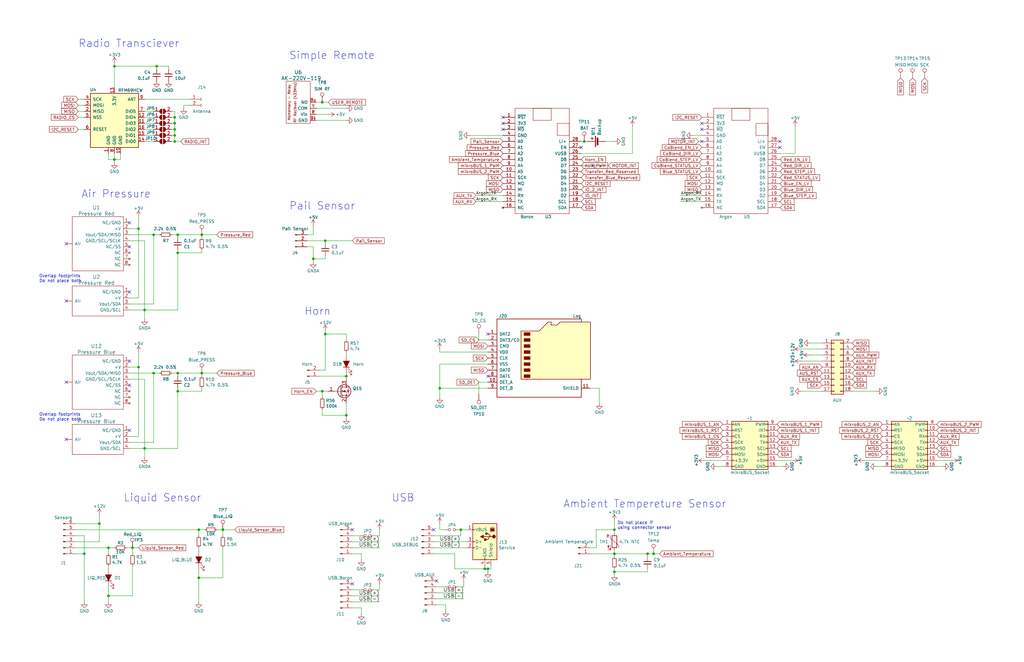
<source format=kicad_sch>
(kicad_sch (version 20230121) (generator eeschema)
  (paper "B")
  (junction (at 146.05 158.75))
  (junction (at 74.93 99.06))
  (junction (at 74.93 165.1))
  (junction (at 135.89 165.1))
  (junction (at 60.96 189.23))
  (junction (at 137.16 140.97))
  (junction (at 194.31 223.52))
  (junction (at 146.05 175.26))
  (junction (at 64.77 99.06))
  (junction (at 259.08 223.52))
  (junction (at 73.66 57.15))
  (junction (at 259.08 241.3))
  (junction (at 74.93 157.48))
  (junction (at 85.09 157.48))
  (junction (at 273.05 233.68))
  (junction (at 73.66 54.61))
  (junction (at 204.47 240.03))
  (junction (at 185.42 163.83))
  (junction (at 41.91 220.98))
  (junction (at 73.66 59.69))
  (junction (at 60.96 130.81))
  (junction (at 45.72 231.14))
  (junction (at 205.74 240.03))
  (junction (at 35.56 233.68))
  (junction (at 58.42 96.52))
  (junction (at 48.26 27.94))
  (junction (at 93.98 223.52))
  (junction (at 132.08 109.22))
  (junction (at 246.38 59.69))
  (junction (at 259.08 233.68))
  (junction (at 73.66 52.07))
  (junction (at 135.89 43.18))
  (junction (at 64.77 157.48))
  (junction (at 73.66 49.53))
  (junction (at 74.93 106.68))
  (junction (at 55.88 231.14))
  (junction (at 83.82 223.52))
  (junction (at 275.59 233.68))
  (junction (at 83.82 243.84))
  (junction (at 66.04 27.94))
  (junction (at 85.09 99.06))
  (junction (at 45.72 251.46))
  (junction (at 137.16 101.6))
  (junction (at 58.42 154.94))
  (junction (at 48.26 67.31))
  (no_connect (at 27.94 185.42))
  (no_connect (at 54.61 162.56))
  (no_connect (at 54.61 123.19))
  (no_connect (at 27.94 161.29))
  (no_connect (at 54.61 152.4))
  (no_connect (at 148.59 246.38))
  (no_connect (at 328.93 62.23))
  (no_connect (at 212.09 52.07))
  (no_connect (at 212.09 49.53))
  (no_connect (at 54.61 93.98))
  (no_connect (at 27.94 102.87))
  (no_connect (at 205.74 158.75))
  (no_connect (at 250.19 69.85))
  (no_connect (at 245.11 62.23))
  (no_connect (at 295.91 52.07))
  (no_connect (at 295.91 59.69))
  (no_connect (at 148.59 223.52))
  (no_connect (at 182.88 223.52))
  (no_connect (at 295.91 54.61))
  (no_connect (at 205.74 140.97))
  (no_connect (at 54.61 104.14))
  (no_connect (at 184.15 245.11))
  (no_connect (at 328.93 59.69))
  (no_connect (at 212.09 54.61))
  (no_connect (at 54.61 181.61))
  (no_connect (at 27.94 127))
  (wire (pts (xy 85.09 100.33) (xy 85.09 99.06)))
  (wire (pts (xy 346.71 149.86) (xy 341.63 149.86)))
  (wire (pts (xy 73.66 57.15) (xy 72.39 57.15)))
  (wire (pts (xy 134.62 158.75) (xy 146.05 158.75)))
  (wire (pts (xy 33.02 54.61) (xy 35.56 54.61)))
  (wire (pts (xy 85.09 105.41) (xy 85.09 106.68)))
  (wire (pts (xy 185.42 148.59) (xy 205.74 148.59)))
  (wire (pts (xy 195.58 252.73) (xy 184.15 252.73)))
  (wire (pts (xy 33.02 44.45) (xy 35.56 44.45)))
  (wire (pts (xy 48.26 36.83) (xy 48.26 27.94)))
  (wire (pts (xy 204.47 238.76) (xy 204.47 240.03)))
  (wire (pts (xy 251.46 231.14) (xy 251.46 223.52)))
  (wire (pts (xy 187.96 255.27) (xy 184.15 255.27)))
  (wire (pts (xy 64.77 128.27) (xy 64.77 99.06)))
  (wire (pts (xy 160.02 228.6) (xy 148.59 228.6)))
  (wire (pts (xy 48.26 27.94) (xy 66.04 27.94)))
  (wire (pts (xy 160.02 251.46) (xy 148.59 251.46)))
  (wire (pts (xy 133.35 48.26) (xy 138.43 48.26)))
  (wire (pts (xy 55.88 231.14) (xy 55.88 233.68)))
  (wire (pts (xy 58.42 154.94) (xy 58.42 184.15)))
  (wire (pts (xy 132.08 99.06) (xy 129.54 99.06)))
  (wire (pts (xy 335.28 64.77) (xy 328.93 64.77)))
  (wire (pts (xy 337.82 165.1) (xy 346.71 165.1)))
  (wire (pts (xy 259.08 219.71) (xy 259.08 223.52)))
  (wire (pts (xy 67.31 157.48) (xy 64.77 157.48)))
  (wire (pts (xy 45.72 240.03) (xy 45.72 238.76)))
  (wire (pts (xy 259.08 241.3) (xy 273.05 241.3)))
  (wire (pts (xy 60.96 130.81) (xy 60.96 101.6)))
  (wire (pts (xy 54.61 128.27) (xy 64.77 128.27)))
  (wire (pts (xy 259.08 224.79) (xy 259.08 223.52)))
  (wire (pts (xy 72.39 99.06) (xy 74.93 99.06)))
  (wire (pts (xy 80.01 41.91) (xy 60.96 41.91)))
  (wire (pts (xy 31.75 223.52) (xy 83.82 223.52)))
  (wire (pts (xy 185.42 223.52) (xy 185.42 220.98)))
  (wire (pts (xy 73.66 59.69) (xy 73.66 57.15)))
  (wire (pts (xy 195.58 250.19) (xy 184.15 250.19)))
  (wire (pts (xy 248.92 233.68) (xy 259.08 233.68)))
  (wire (pts (xy 67.31 99.06) (xy 64.77 99.06)))
  (wire (pts (xy 64.77 186.69) (xy 64.77 157.48)))
  (wire (pts (xy 74.93 105.41) (xy 74.93 106.68)))
  (wire (pts (xy 83.82 243.84) (xy 93.98 243.84)))
  (wire (pts (xy 129.54 101.6) (xy 137.16 101.6)))
  (wire (pts (xy 133.35 50.8) (xy 146.05 50.8)))
  (wire (pts (xy 302.26 196.85) (xy 304.8 196.85)))
  (wire (pts (xy 137.16 139.7) (xy 137.16 140.97)))
  (wire (pts (xy 93.98 223.52) (xy 99.06 223.52)))
  (wire (pts (xy 54.61 154.94) (xy 58.42 154.94)))
  (wire (pts (xy 132.08 95.25) (xy 132.08 99.06)))
  (wire (pts (xy 297.18 194.31) (xy 304.8 194.31)))
  (wire (pts (xy 31.75 228.6) (xy 41.91 228.6)))
  (wire (pts (xy 275.59 233.68) (xy 278.13 233.68)))
  (wire (pts (xy 401.32 194.31) (xy 394.97 194.31)))
  (wire (pts (xy 33.02 41.91) (xy 35.56 41.91)))
  (wire (pts (xy 74.93 130.81) (xy 74.93 106.68)))
  (wire (pts (xy 187.96 247.65) (xy 184.15 247.65)))
  (wire (pts (xy 48.26 27.94) (xy 48.26 26.67)))
  (wire (pts (xy 73.66 52.07) (xy 73.66 49.53)))
  (wire (pts (xy 193.04 223.52) (xy 194.31 223.52)))
  (wire (pts (xy 266.7 64.77) (xy 245.11 64.77)))
  (wire (pts (xy 73.66 54.61) (xy 73.66 57.15)))
  (wire (pts (xy 77.47 44.45) (xy 77.47 45.72)))
  (wire (pts (xy 212.09 85.09) (xy 200.66 85.09)))
  (wire (pts (xy 251.46 223.52) (xy 259.08 223.52)))
  (wire (pts (xy 295.91 82.55) (xy 287.02 82.55)))
  (wire (pts (xy 72.39 54.61) (xy 73.66 54.61)))
  (wire (pts (xy 85.09 157.48) (xy 91.44 157.48)))
  (wire (pts (xy 185.42 153.67) (xy 185.42 163.83)))
  (wire (pts (xy 259.08 233.68) (xy 273.05 233.68)))
  (wire (pts (xy 201.93 161.29) (xy 205.74 161.29)))
  (wire (pts (xy 48.26 64.77) (xy 48.26 67.31)))
  (wire (pts (xy 85.09 106.68) (xy 74.93 106.68)))
  (wire (pts (xy 252.73 170.18) (xy 252.73 163.83)))
  (wire (pts (xy 45.72 247.65) (xy 45.72 251.46)))
  (wire (pts (xy 58.42 184.15) (xy 54.61 184.15)))
  (wire (pts (xy 247.65 59.69) (xy 246.38 59.69)))
  (wire (pts (xy 54.61 96.52) (xy 58.42 96.52)))
  (wire (pts (xy 132.08 109.22) (xy 132.08 110.49)))
  (wire (pts (xy 205.74 153.67) (xy 185.42 153.67)))
  (wire (pts (xy 71.12 29.21) (xy 71.12 27.94)))
  (wire (pts (xy 31.75 233.68) (xy 35.56 233.68)))
  (wire (pts (xy 71.12 27.94) (xy 66.04 27.94)))
  (wire (pts (xy 48.26 67.31) (xy 48.26 68.58)))
  (wire (pts (xy 204.47 240.03) (xy 205.74 240.03)))
  (wire (pts (xy 160.02 226.06) (xy 160.02 223.52)))
  (wire (pts (xy 60.96 101.6) (xy 54.61 101.6)))
  (wire (pts (xy 152.4 233.68) (xy 148.59 233.68)))
  (wire (pts (xy 45.72 67.31) (xy 48.26 67.31)))
  (wire (pts (xy 73.66 49.53) (xy 72.39 49.53)))
  (wire (pts (xy 73.66 46.99) (xy 72.39 46.99)))
  (wire (pts (xy 58.42 96.52) (xy 58.42 91.44)))
  (wire (pts (xy 93.98 223.52) (xy 93.98 226.06)))
  (wire (pts (xy 132.08 104.14) (xy 129.54 104.14)))
  (wire (pts (xy 195.58 247.65) (xy 195.58 245.11)))
  (wire (pts (xy 33.02 49.53) (xy 35.56 49.53)))
  (wire (pts (xy 273.05 233.68) (xy 275.59 233.68)))
  (wire (pts (xy 135.89 165.1) (xy 133.35 165.1)))
  (wire (pts (xy 60.96 130.81) (xy 74.93 130.81)))
  (wire (pts (xy 194.31 223.52) (xy 196.85 223.52)))
  (wire (pts (xy 64.77 57.15) (xy 60.96 57.15)))
  (wire (pts (xy 55.88 231.14) (xy 58.42 231.14)))
  (wire (pts (xy 83.82 254) (xy 83.82 243.84)))
  (wire (pts (xy 31.75 220.98) (xy 41.91 220.98)))
  (wire (pts (xy 137.16 140.97) (xy 146.05 140.97)))
  (wire (pts (xy 252.73 163.83) (xy 248.92 163.83)))
  (wire (pts (xy 364.49 194.31) (xy 372.11 194.31)))
  (wire (pts (xy 45.72 64.77) (xy 45.72 67.31)))
  (wire (pts (xy 157.48 248.92) (xy 160.02 248.92)))
  (wire (pts (xy 73.66 52.07) (xy 72.39 52.07)))
  (wire (pts (xy 132.08 109.22) (xy 137.16 109.22)))
  (wire (pts (xy 146.05 170.18) (xy 146.05 175.26)))
  (wire (pts (xy 205.74 163.83) (xy 185.42 163.83)))
  (wire (pts (xy 337.82 152.4) (xy 346.71 152.4)))
  (wire (pts (xy 45.72 254) (xy 45.72 251.46)))
  (wire (pts (xy 137.16 101.6) (xy 148.59 101.6)))
  (wire (pts (xy 191.77 240.03) (xy 204.47 240.03)))
  (wire (pts (xy 73.66 59.69) (xy 72.39 59.69)))
  (wire (pts (xy 330.2 196.85) (xy 327.66 196.85)))
  (wire (pts (xy 359.41 165.1) (xy 369.57 165.1)))
  (wire (pts (xy 60.96 189.23) (xy 60.96 160.02)))
  (wire (pts (xy 60.96 189.23) (xy 54.61 189.23)))
  (wire (pts (xy 138.43 165.1) (xy 135.89 165.1)))
  (wire (pts (xy 187.96 223.52) (xy 185.42 223.52)))
  (wire (pts (xy 45.72 233.68) (xy 45.72 231.14)))
  (wire (pts (xy 273.05 241.3) (xy 273.05 240.03)))
  (wire (pts (xy 83.82 226.06) (xy 83.82 223.52)))
  (wire (pts (xy 259.08 240.03) (xy 259.08 241.3)))
  (wire (pts (xy 201.93 140.97) (xy 201.93 143.51)))
  (wire (pts (xy 196.85 231.14) (xy 182.88 231.14)))
  (wire (pts (xy 35.56 233.68) (xy 35.56 226.06)))
  (wire (pts (xy 83.82 232.41) (xy 83.82 231.14)))
  (wire (pts (xy 60.96 130.81) (xy 54.61 130.81)))
  (wire (pts (xy 135.89 167.64) (xy 135.89 165.1)))
  (wire (pts (xy 41.91 220.98) (xy 41.91 228.6)))
  (wire (pts (xy 205.74 240.03) (xy 205.74 241.3)))
  (wire (pts (xy 93.98 231.14) (xy 93.98 243.84)))
  (wire (pts (xy 132.08 104.14) (xy 132.08 109.22)))
  (wire (pts (xy 85.09 99.06) (xy 91.44 99.06)))
  (wire (pts (xy 160.02 231.14) (xy 148.59 231.14)))
  (wire (pts (xy 146.05 175.26) (xy 146.05 176.53)))
  (wire (pts (xy 185.42 147.32) (xy 185.42 148.59)))
  (wire (pts (xy 182.88 226.06) (xy 194.31 226.06)))
  (wire (pts (xy 248.92 231.14) (xy 251.46 231.14)))
  (wire (pts (xy 185.42 163.83) (xy 185.42 167.64)))
  (wire (pts (xy 259.08 241.3) (xy 259.08 242.57)))
  (wire (pts (xy 64.77 54.61) (xy 60.96 54.61)))
  (wire (pts (xy 135.89 43.18) (xy 133.35 43.18)))
  (wire (pts (xy 73.66 54.61) (xy 73.66 52.07)))
  (wire (pts (xy 74.93 189.23) (xy 74.93 165.1)))
  (wire (pts (xy 137.16 102.87) (xy 137.16 101.6)))
  (wire (pts (xy 160.02 248.92) (xy 160.02 246.38)))
  (wire (pts (xy 212.09 82.55) (xy 200.66 82.55)))
  (wire (pts (xy 134.62 156.21) (xy 137.16 156.21)))
  (wire (pts (xy 85.09 158.75) (xy 85.09 157.48)))
  (wire (pts (xy 146.05 148.59) (xy 146.05 149.86)))
  (wire (pts (xy 58.42 154.94) (xy 58.42 148.59)))
  (wire (pts (xy 273.05 234.95) (xy 273.05 233.68)))
  (wire (pts (xy 259.08 234.95) (xy 259.08 233.68)))
  (wire (pts (xy 187.96 257.81) (xy 187.96 255.27)))
  (wire (pts (xy 91.44 223.52) (xy 93.98 223.52)))
  (wire (pts (xy 205.74 143.51) (xy 201.93 143.51)))
  (wire (pts (xy 152.4 248.92) (xy 148.59 248.92)))
  (wire (pts (xy 74.93 163.83) (xy 74.93 165.1)))
  (wire (pts (xy 137.16 109.22) (xy 137.16 107.95)))
  (wire (pts (xy 31.75 231.14) (xy 45.72 231.14)))
  (wire (pts (xy 41.91 217.17) (xy 41.91 220.98)))
  (wire (pts (xy 194.31 226.06) (xy 194.31 223.52)))
  (wire (pts (xy 182.88 233.68) (xy 191.77 233.68)))
  (wire (pts (xy 196.85 228.6) (xy 182.88 228.6)))
  (wire (pts (xy 73.66 49.53) (xy 73.66 46.99)))
  (wire (pts (xy 85.09 165.1) (xy 74.93 165.1)))
  (wire (pts (xy 64.77 52.07) (xy 60.96 52.07)))
  (wire (pts (xy 152.4 236.22) (xy 152.4 233.68)))
  (wire (pts (xy 85.09 163.83) (xy 85.09 165.1)))
  (wire (pts (xy 60.96 189.23) (xy 74.93 189.23)))
  (wire (pts (xy 259.08 59.69) (xy 255.27 59.69)))
  (wire (pts (xy 64.77 59.69) (xy 60.96 59.69)))
  (wire (pts (xy 55.88 238.76) (xy 55.88 251.46)))
  (wire (pts (xy 66.04 27.94) (xy 66.04 29.21)))
  (wire (pts (xy 58.42 96.52) (xy 58.42 125.73)))
  (wire (pts (xy 83.82 240.03) (xy 83.82 243.84)))
  (wire (pts (xy 152.4 259.08) (xy 152.4 256.54)))
  (wire (pts (xy 54.61 186.69) (xy 64.77 186.69)))
  (wire (pts (xy 31.75 226.06) (xy 35.56 226.06)))
  (wire (pts (xy 135.89 172.72) (xy 135.89 175.26)))
  (wire (pts (xy 83.82 223.52) (xy 86.36 223.52)))
  (wire (pts (xy 74.93 157.48) (xy 74.93 158.75)))
  (wire (pts (xy 369.57 196.85) (xy 372.11 196.85)))
  (wire (pts (xy 138.43 43.18) (xy 135.89 43.18)))
  (wire (pts (xy 35.56 254) (xy 35.56 233.68)))
  (wire (pts (xy 133.35 45.72) (xy 146.05 45.72)))
  (wire (pts (xy 198.12 57.15) (xy 212.09 57.15)))
  (wire (pts (xy 346.71 144.78) (xy 341.63 144.78)))
  (wire (pts (xy 146.05 158.75) (xy 146.05 160.02)))
  (wire (pts (xy 137.16 140.97) (xy 137.16 156.21)))
  (wire (pts (xy 152.4 256.54) (xy 148.59 256.54)))
  (wire (pts (xy 160.02 254) (xy 148.59 254)))
  (wire (pts (xy 74.93 157.48) (xy 85.09 157.48)))
  (wire (pts (xy 50.8 67.31) (xy 48.26 67.31)))
  (wire (pts (xy 295.91 85.09) (xy 287.02 85.09)))
  (wire (pts (xy 64.77 157.48) (xy 54.61 157.48)))
  (wire (pts (xy 74.93 99.06) (xy 74.93 100.33)))
  (wire (pts (xy 45.72 231.14) (xy 48.26 231.14)))
  (wire (pts (xy 72.39 157.48) (xy 74.93 157.48)))
  (wire (pts (xy 157.48 226.06) (xy 160.02 226.06)))
  (wire (pts (xy 74.93 99.06) (xy 85.09 99.06)))
  (wire (pts (xy 146.05 157.48) (xy 146.05 158.75)))
  (wire (pts (xy 60.96 134.62) (xy 60.96 130.81)))
  (wire (pts (xy 292.1 57.15) (xy 295.91 57.15)))
  (wire (pts (xy 60.96 160.02) (xy 54.61 160.02)))
  (wire (pts (xy 33.02 46.99) (xy 35.56 46.99)))
  (wire (pts (xy 152.4 226.06) (xy 148.59 226.06)))
  (wire (pts (xy 259.08 232.41) (xy 259.08 233.68)))
  (wire (pts (xy 193.04 247.65) (xy 195.58 247.65)))
  (wire (pts (xy 50.8 64.77) (xy 50.8 67.31)))
  (wire (pts (xy 335.28 53.34) (xy 335.28 64.77)))
  (wire (pts (xy 135.89 175.26) (xy 146.05 175.26)))
  (wire (pts (xy 58.42 125.73) (xy 54.61 125.73)))
  (wire (pts (xy 80.01 44.45) (xy 77.47 44.45)))
  (wire (pts (xy 191.77 233.68) (xy 191.77 240.03)))
  (wire (pts (xy 64.77 99.06) (xy 54.61 99.06)))
  (wire (pts (xy 397.51 196.85) (xy 394.97 196.85)))
  (wire (pts (xy 201.93 166.37) (xy 201.93 161.29)))
  (wire (pts (xy 207.01 240.03) (xy 205.74 240.03)))
  (wire (pts (xy 64.77 46.99) (xy 60.96 46.99)))
  (wire (pts (xy 337.82 147.32) (xy 346.71 147.32)))
  (wire (pts (xy 266.7 53.34) (xy 266.7 64.77)))
  (wire (pts (xy 45.72 251.46) (xy 55.88 251.46)))
  (wire (pts (xy 334.01 194.31) (xy 327.66 194.31)))
  (wire (pts (xy 246.38 59.69) (xy 245.11 59.69)))
  (wire (pts (xy 76.2 59.69) (xy 73.66 59.69)))
  (wire (pts (xy 207.01 238.76) (xy 207.01 240.03)))
  (wire (pts (xy 294.64 59.69) (xy 295.91 59.69)))
  (wire (pts (xy 64.77 49.53) (xy 60.96 49.53)))
  (wire (pts (xy 256.54 69.85) (xy 245.11 69.85)))
  (wire (pts (xy 53.34 231.14) (xy 55.88 231.14)))
  (wire (pts (xy 60.96 193.04) (xy 60.96 189.23)))
  (wire (pts (xy 146.05 140.97) (xy 146.05 143.51)))
  (text "Overlap footprints\nDo not place both" (at 16.51 119.38 0) (effects (font (size 1.27 1.27)) (justify left bottom)))
  (text "Liquid Sensor" (at 52.07 212.09 0) (effects (font (size 3.175 3.175)) (justify left bottom)))
  (text "Radio Transciever" (at 33.02 20.32 0) (effects (font (size 3.175 3.175)) (justify left bottom)))
  (text "Pail Sensor" (at 121.92 88.9 0) (effects (font (size 3.175 3.175)) (justify left bottom)))
  (text "Overlap footprints\nDo not place both" (at 16.51 177.8 0) (effects (font (size 1.27 1.27)) (justify left bottom)))
  (text "Simple Remote" (at 121.92 25.4 0) (effects (font (size 3.175 3.175)) (justify left bottom)))
  (text "Air Pressure" (at 34.29 83.82 0) (effects (font (size 3.175 3.175)) (justify left bottom)))
  (text "USB" (at 165.1 212.09 0) (effects (font (size 3.175 3.175)) (justify left bottom)))
  (text "Ambient Tempereture Sensor" (at 237.49 214.63 0) (effects (font (size 3.175 3.175)) (justify left bottom)))
  (text "Horn" (at 128.27 133.35 0) (effects (font (size 3.175 3.175)) (justify left bottom)))
  (text "Do not place if \nusing connector sensor" (at 260.35 223.52 0) (effects (font (size 1.27 1.27)) (justify left bottom)))
  (label "Argon_RX" (at 200.66 85.09 0))
  (label "USB(-)" (at 195.58 252.73 180) (effects (font (size 1.524 1.524))))
  (label "USB(-)" (at 185.42 231.14 0) (effects (font (size 1.524 1.524))))
  (label "USB(+)" (at 195.58 250.19 180) (effects (font (size 1.524 1.524))))
  (label "Argon_TX" (at 287.02 85.09 0))
  (label "USB(+)" (at 185.42 228.6 0) (effects (font (size 1.524 1.524))))
  (label "USB(+)" (at 160.02 251.46 180) (effects (font (size 1.524 1.524))))
  (label "Argon_RX" (at 287.02 82.55 0))
  (label "USB(-)" (at 160.02 231.14 180) (effects (font (size 1.524 1.524))))
  (label "USB(+)" (at 160.02 228.6 180) (effects (font (size 1.524 1.524))))
  (label "USB(-)" (at 160.02 254 180) (effects (font (size 1.524 1.524))))
  (label "Argon_TX" (at 200.66 82.55 0))
  (global_label "MISO" (shape input) (at 304.8 189.23 180) (property "Intersheetrefs" "${INTERSHEET_REFS}" (effects hide)))
  (global_label "MISO" (shape input) (at 212.09 80.01 180) (property "Intersheetrefs" "${INTERSHEET_REFS}" (effects hide)))
  (global_label "AUX_RX" (shape input) (at 359.41 154.94 0) (property "Intersheetrefs" "${INTERSHEET_REFS}" (effects hide)))
  (global_label "SDA" (shape input) (at 394.97 191.77 0) (property "Intersheetrefs" "${INTERSHEET_REFS}" (effects hide)))
  (global_label "mikroBUS_1_PWM" (shape input) (at 327.66 179.07 0) (property "Intersheetrefs" "${INTERSHEET_REFS}" (effects hide)))
  (global_label "I2C_RESET" (shape input) (at 33.02 54.61 180) (property "Intersheetrefs" "${INTERSHEET_REFS}" (effects hide)))
  (global_label "Pail_Sensor" (shape input) (at 212.09 59.69 180) (property "Intersheetrefs" "${INTERSHEET_REFS}" (effects hide)))
  (global_label "MOSI" (shape input) (at 205.74 146.05 180) (property "Intersheetrefs" "${INTERSHEET_REFS}" (effects hide)))
  (global_label "MOSI" (shape input) (at 33.02 44.45 180) (property "Intersheetrefs" "${INTERSHEET_REFS}" (effects hide)))
  (global_label "MOSI" (shape input) (at 295.91 77.47 180) (property "Intersheetrefs" "${INTERSHEET_REFS}" (effects hide)))
  (global_label "Ambient_Temperature" (shape input) (at 212.09 67.31 180) (property "Intersheetrefs" "${INTERSHEET_REFS}" (effects hide)))
  (global_label "IO_INT" (shape input) (at 245.11 82.55 0) (property "Intersheetrefs" "${INTERSHEET_REFS}" (effects hide)))
  (global_label "SCK" (shape input) (at 389.89 33.02 270) (property "Intersheetrefs" "${INTERSHEET_REFS}" (effects hide)))
  (global_label "mikroBUS_2_PWM" (shape input) (at 394.97 179.07 0) (property "Intersheetrefs" "${INTERSHEET_REFS}" (effects hide)))
  (global_label "SCK" (shape input) (at 295.91 74.93 180) (property "Intersheetrefs" "${INTERSHEET_REFS}" (effects hide)))
  (global_label "CoBlend_STATUS_LV" (shape input) (at 295.91 69.85 180) (property "Intersheetrefs" "${INTERSHEET_REFS}" (effects hide)))
  (global_label "SD_CS" (shape input) (at 201.93 143.51 180) (property "Intersheetrefs" "${INTERSHEET_REFS}" (effects hide)))
  (global_label "AUX_RX" (shape input) (at 394.97 184.15 0) (property "Intersheetrefs" "${INTERSHEET_REFS}" (effects hide)))
  (global_label "Ambient_Temperature" (shape input) (at 278.13 233.68 0) (property "Intersheetrefs" "${INTERSHEET_REFS}" (effects hide)))
  (global_label "mikroBUS_1_CS" (shape input) (at 304.8 184.15 180) (property "Intersheetrefs" "${INTERSHEET_REFS}" (effects hide)))
  (global_label "MOSI" (shape input) (at 384.81 33.02 270) (property "Intersheetrefs" "${INTERSHEET_REFS}" (effects hide)))
  (global_label "SDA" (shape input) (at 328.93 87.63 0) (property "Intersheetrefs" "${INTERSHEET_REFS}" (effects hide)))
  (global_label "SCL" (shape input) (at 394.97 189.23 0) (property "Intersheetrefs" "${INTERSHEET_REFS}" (effects hide)))
  (global_label "MOSI" (shape input) (at 212.09 77.47 180) (property "Intersheetrefs" "${INTERSHEET_REFS}" (effects hide)))
  (global_label "CoBlend_DIR_LV" (shape input) (at 295.91 64.77 180) (property "Intersheetrefs" "${INTERSHEET_REFS}" (effects hide)))
  (global_label "AUX_PWM" (shape input) (at 359.41 149.86 0) (property "Intersheetrefs" "${INTERSHEET_REFS}" (effects hide)))
  (global_label "MOTOR_INT" (shape input) (at 256.54 69.85 0) (property "Intersheetrefs" "${INTERSHEET_REFS}" (effects hide)))
  (global_label "AUS_RST" (shape input) (at 346.71 157.48 180) (property "Intersheetrefs" "${INTERSHEET_REFS}" (effects hide)))
  (global_label "Pressure_Blue" (shape input) (at 212.09 64.77 180) (property "Intersheetrefs" "${INTERSHEET_REFS}" (effects hide)))
  (global_label "Blue_EN_LV" (shape input) (at 328.93 77.47 0) (property "Intersheetrefs" "${INTERSHEET_REFS}" (effects hide)))
  (global_label "AUX_AN" (shape input) (at 346.71 154.94 180) (property "Intersheetrefs" "${INTERSHEET_REFS}" (effects hide)))
  (global_label "SCL" (shape input) (at 359.41 160.02 0) (property "Intersheetrefs" "${INTERSHEET_REFS}" (effects hide)))
  (global_label "MISO" (shape input) (at 295.91 80.01 180) (property "Intersheetrefs" "${INTERSHEET_REFS}" (effects hide)))
  (global_label "MOSI" (shape input) (at 372.11 191.77 180) (property "Intersheetrefs" "${INTERSHEET_REFS}" (effects hide)))
  (global_label "mikroBUS_2_AN" (shape input) (at 372.11 179.07 180) (property "Intersheetrefs" "${INTERSHEET_REFS}" (effects hide)))
  (global_label "MOSI" (shape input) (at 304.8 191.77 180) (property "Intersheetrefs" "${INTERSHEET_REFS}" (effects hide)))
  (global_label "MISO" (shape input) (at 359.41 144.78 0) (property "Intersheetrefs" "${INTERSHEET_REFS}" (effects hide)))
  (global_label "mikroBUS_2_INT" (shape input) (at 394.97 181.61 0) (property "Intersheetrefs" "${INTERSHEET_REFS}" (effects hide)))
  (global_label "MISO" (shape input) (at 379.73 33.02 270) (property "Intersheetrefs" "${INTERSHEET_REFS}" (effects hide)))
  (global_label "RADIO_INT" (shape input) (at 76.2 59.69 0) (property "Intersheetrefs" "${INTERSHEET_REFS}" (effects hide)))
  (global_label "Pressure_Red" (shape input) (at 91.44 99.06 0) (property "Intersheetrefs" "${INTERSHEET_REFS}" (effects hide)))
  (global_label "AUX_TX" (shape input) (at 394.97 186.69 0) (property "Intersheetrefs" "${INTERSHEET_REFS}" (effects hide)))
  (global_label "SDA" (shape input) (at 245.11 87.63 0) (property "Intersheetrefs" "${INTERSHEET_REFS}" (effects hide)))
  (global_label "AUX_INT" (shape input) (at 359.41 152.4 0) (property "Intersheetrefs" "${INTERSHEET_REFS}" (effects hide)))
  (global_label "Horn_EN" (shape input) (at 245.11 67.31 0) (property "Intersheetrefs" "${INTERSHEET_REFS}" (effects hide)))
  (global_label "Red_STATUS_LV" (shape input) (at 328.93 74.93 0) (property "Intersheetrefs" "${INTERSHEET_REFS}" (effects hide)))
  (global_label "Blue_STEP_LV" (shape input) (at 328.93 82.55 0) (property "Intersheetrefs" "${INTERSHEET_REFS}" (effects hide)))
  (global_label "AUX_TX" (shape input) (at 359.41 157.48 0) (property "Intersheetrefs" "${INTERSHEET_REFS}" (effects hide)))
  (global_label "AUX_RX" (shape input) (at 200.66 85.09 180) (property "Intersheetrefs" "${INTERSHEET_REFS}" (effects hide)))
  (global_label "I2C_RESET" (shape input) (at 295.91 49.53 180) (property "Intersheetrefs" "${INTERSHEET_REFS}" (effects hide)))
  (global_label "RADIO_CS" (shape input) (at 33.02 49.53 180) (property "Intersheetrefs" "${INTERSHEET_REFS}" (effects hide)))
  (global_label "Transfer_Red_Reserved" (shape input) (at 245.11 72.39 0) (property "Intersheetrefs" "${INTERSHEET_REFS}" (effects hide)))
  (global_label "USER_REMOTE" (shape input) (at 138.43 43.18 0) (property "Intersheetrefs" "${INTERSHEET_REFS}" (effects hide)))
  (global_label "SD_DET" (shape input) (at 201.93 161.29 180) (property "Intersheetrefs" "${INTERSHEET_REFS}" (effects hide)))
  (global_label "SCL" (shape input) (at 245.11 85.09 0) (property "Intersheetrefs" "${INTERSHEET_REFS}" (effects hide)))
  (global_label "mikroBUS_2_RST" (shape input) (at 372.11 181.61 180) (property "Intersheetrefs" "${INTERSHEET_REFS}" (effects hide)))
  (global_label "MISO" (shape input) (at 33.02 46.99 180) (property "Intersheetrefs" "${INTERSHEET_REFS}" (effects hide)))
  (global_label "MOSI" (shape input) (at 359.41 147.32 0) (property "Intersheetrefs" "${INTERSHEET_REFS}" (effects hide)))
  (global_label "Blue_STATUS_LV" (shape input) (at 295.91 72.39 180) (property "Intersheetrefs" "${INTERSHEET_REFS}" (effects hide)))
  (global_label "CoBlend_STEP_LV" (shape input) (at 295.91 67.31 180) (property "Intersheetrefs" "${INTERSHEET_REFS}" (effects hide)))
  (global_label "mikroBUS_1_INT" (shape input) (at 327.66 181.61 0) (property "Intersheetrefs" "${INTERSHEET_REFS}" (effects hide)))
  (global_label "MISO" (shape input) (at 205.74 156.21 180) (property "Intersheetrefs" "${INTERSHEET_REFS}" (effects hide)))
  (global_label "SCK" (shape input) (at 33.02 41.91 180) (property "Intersheetrefs" "${INTERSHEET_REFS}" (effects hide)))
  (global_label "MISO" (shape input) (at 372.11 189.23 180) (property "Intersheetrefs" "${INTERSHEET_REFS}" (effects hide)))
  (global_label "SCK" (shape input) (at 304.8 186.69 180) (property "Intersheetrefs" "${INTERSHEET_REFS}" (effects hide)))
  (global_label "IO_2_INT" (shape input) (at 245.11 80.01 0) (property "Intersheetrefs" "${INTERSHEET_REFS}" (effects hide)))
  (global_label "mikroBUS_1_PWM" (shape input) (at 212.09 69.85 180) (property "Intersheetrefs" "${INTERSHEET_REFS}" (effects hide)))
  (global_label "SCL" (shape input) (at 327.66 189.23 0) (property "Intersheetrefs" "${INTERSHEET_REFS}" (effects hide)))
  (global_label "Liquid_Sensor_Blue" (shape input) (at 99.06 223.52 0) (property "Intersheetrefs" "${INTERSHEET_REFS}" (effects hide)))
  (global_label "Transfer_Blue_Reserved" (shape input) (at 245.11 74.93 0) (property "Intersheetrefs" "${INTERSHEET_REFS}" (effects hide)))
  (global_label "AUX_TX" (shape input) (at 200.66 82.55 180) (property "Intersheetrefs" "${INTERSHEET_REFS}" (effects hide)))
  (global_label "AUX_CS" (shape input) (at 346.71 160.02 180) (property "Intersheetrefs" "${INTERSHEET_REFS}" (effects hide)))
  (global_label "AUX_TX" (shape input) (at 327.66 186.69 0) (property "Intersheetrefs" "${INTERSHEET_REFS}" (effects hide)))
  (global_label "AUX_PWM" (shape input) (at 245.11 69.85 0) (property "Intersheetrefs" "${INTERSHEET_REFS}" (effects hide)))
  (global_label "Pail_Sensor" (shape input) (at 148.59 101.6 0) (property "Intersheetrefs" "${INTERSHEET_REFS}" (effects hide)))
  (global_label "Blue_DIR_LV" (shape input) (at 328.93 80.01 0) (property "Intersheetrefs" "${INTERSHEET_REFS}" (effects hide)))
  (global_label "SCK" (shape input) (at 205.74 151.13 180) (property "Intersheetrefs" "${INTERSHEET_REFS}" (effects hide)))
  (global_label "I2C_RESET" (shape input) (at 245.11 77.47 0) (property "Intersheetrefs" "${INTERSHEET_REFS}" (effects hide)))
  (global_label "Red_STEP_LV" (shape input) (at 328.93 72.39 0) (property "Intersheetrefs" "${INTERSHEET_REFS}" (effects hide)))
  (global_label "Pressure_Red" (shape input) (at 212.09 62.23 180) (property "Intersheetrefs" "${INTERSHEET_REFS}" (effects hide)))
  (global_label "AUX_RX" (shape input) (at 327.66 184.15 0) (property "Intersheetrefs" "${INTERSHEET_REFS}" (effects hide)))
  (global_label "MOTOR_INT" (shape input) (at 294.64 59.69 180) (property "Intersheetrefs" "${INTERSHEET_REFS}" (effects hide)))
  (global_label "CoBlend_EN_LV" (shape input) (at 295.91 62.23 180) (property "Intersheetrefs" "${INTERSHEET_REFS}" (effects hide)))
  (global_label "Horn_EN" (shape input) (at 133.35 165.1 180) (property "Intersheetrefs" "${INTERSHEET_REFS}" (effects hide)))
  (global_label "SCL" (shape input) (at 328.93 85.09 0) (property "Intersheetrefs" "${INTERSHEET_REFS}" (effects hide)))
  (global_label "mikroBUS_2_PWM" (shape input) (at 212.09 72.39 180) (property "Intersheetrefs" "${INTERSHEET_REFS}" (effects hide)))
  (global_label "SCK" (shape input) (at 346.71 162.56 180) (property "Intersheetrefs" "${INTERSHEET_REFS}" (effects hide)))
  (global_label "mikroBUS_1_RST" (shape input) (at 304.8 181.61 180) (property "Intersheetrefs" "${INTERSHEET_REFS}" (effects hide)))
  (global_label "Red_EN_LV" (shape input) (at 328.93 67.31 0) (property "Intersheetrefs" "${INTERSHEET_REFS}" (effects hide)))
  (global_label "SDA" (shape input) (at 327.66 191.77 0) (property "Intersheetrefs" "${INTERSHEET_REFS}" (effects hide)))
  (global_label "SDA" (shape input) (at 359.41 162.56 0) (property "Intersheetrefs" "${INTERSHEET_REFS}" (effects hide)))
  (global_label "Pressure_Blue" (shape input) (at 91.44 157.48 0) (property "Intersheetrefs" "${INTERSHEET_REFS}" (effects hide)))
  (global_label "SCK" (shape input) (at 212.09 74.93 180) (property "Intersheetrefs" "${INTERSHEET_REFS}" (effects hide)))
  (global_label "mikroBUS_2_CS" (shape input) (at 372.11 184.15 180) (property "Intersheetrefs" "${INTERSHEET_REFS}" (effects hide)))
  (global_label "SCK" (shape input) (at 372.11 186.69 180) (property "Intersheetrefs" "${INTERSHEET_REFS}" (effects hide)))
  (global_label "Liquid_Sensor_Red" (shape input) (at 58.42 231.14 0) (property "Intersheetrefs" "${INTERSHEET_REFS}" (effects hide)))
  (global_label "Red_DIR_LV" (shape input) (at 328.93 69.85 0) (property "Intersheetrefs" "${INTERSHEET_REFS}" (effects hide)))
  (global_label "mikroBUS_1_AN" (shape input) (at 304.8 179.07 180) (property "Intersheetrefs" "${INTERSHEET_REFS}" (effects hide)))
  (symbol (lib_id "Connector_Generic:Conn_02x09_Odd_Even") (at 351.79 154.94 0) (unit 1)
    (property "Reference" "J8" (at 353.06 140.97 0))
    (property "Value" "AUX" (at 353.06 168.91 0))
    (property "Footprint" "Connector_JST:JST_XAD_B18B-XADSS-N-A_2x09_P2.50mm_Vertical" (effects hide))
    (property "Datasheet" "http://www.jst-mfg.com/product/pdf/eng/eXAD1.pdf" (effects hide))
    (property "MPN" "B18B-XADSS-N(LF)(SN)" (effects hide))
    (property "Vendor" "DigiKey" (effects hide))
    (property "Vendor P/N" "455-2011-ND" (effects hide))
  )
  (symbol (lib_id "DAF021_ECM_3G-rescue:HSCDX-VDW_Modules") (at 40.64 102.87 0) (mirror y) (unit 1)
    (property "Reference" "U1" (at 40.64 87.63 0) (effects (font (size 1.524 1.524))))
    (property "Value" "Pressure Red" (at 40.64 90.17 0) (effects (font (size 1.524 1.524))))
    (property "Footprint" "VDW-Modules:HoneyWell_DIP_AN" (effects hide))
    (property "Datasheet" "https://sensing.honeywell.com/index.php?ci_id=151133" (effects hide))
    (property "MPN" "HSCDANN005PGAA5" (effects hide))
    (property "Vendor" "DigiKey" (effects hide))
    (property "Vendor P/N" "480-6588-ND" (effects hide))
  )
  (symbol (lib_id "DAF021_ECM_3G-rescue:Conn_01x06_Male-Connector") (at 26.67 228.6 0) (mirror x) (unit 1)
    (property "Reference" "J1" (at 26.67 237.49 0))
    (property "Value" "Sensors" (at 26.67 218.44 0))
    (property "Footprint" "Connector_JST:JST_XH_B6B-XH-AM_1x06_P2.50mm_Vertical" (effects hide))
    (property "Datasheet" "http://www.jst-mfg.com/product/pdf/eng/eXH.pdf" (effects hide))
    (property "MPN" "B6B-XH-AM(LF)(SN)" (effects hide))
    (property "Vendor" "DigiKey" (effects hide))
    (property "Vendor P/N" "455-2238-ND" (effects hide))
  )
  (symbol (lib_id "DAF021_ECM_3G-rescue:Conn_01x02_Male-Connector") (at 129.54 158.75 0) (mirror x) (unit 1)
    (property "Reference" "J5" (at 129.54 161.29 0))
    (property "Value" "Horn" (at 129.54 153.67 0))
    (property "Footprint" "Connector_JST:JST_XH_B2B-XH-AM_1x02_P2.50mm_Vertical" (effects hide))
    (property "Datasheet" "http://www.jst-mfg.com/product/pdf/eng/eXH.pdf" (effects hide))
    (property "MPN" "B2B-XH-A(LF)(SN)" (effects hide))
    (property "Vendor" "DigiKey" (effects hide))
    (property "Vendor P/N" "455-2247-ND" (effects hide))
  )
  (symbol (lib_id "DAF021_ECM_3G-rescue:Conn_01x05_Male-Connector") (at 143.51 228.6 0) (mirror x) (unit 1)
    (property "Reference" "J10" (at 143.51 236.22 0))
    (property "Value" "USB_Argon" (at 143.51 220.98 0))
    (property "Footprint" "Connector_JST:JST_XH_B5B-XH-AM_1x05_P2.50mm_Vertical" (effects hide))
    (property "Datasheet" "http://www.jst-mfg.com/product/pdf/eng/eXH.pdf" (effects hide))
    (property "MPN" "B5B-XH-AM(LF)(SN)" (effects hide))
    (property "Vendor" "DigiKey" (effects hide))
    (property "Vendor P/N" "455-2239-ND" (effects hide))
  )
  (symbol (lib_id "Device:C_Small") (at 273.05 237.49 0) (mirror x) (unit 1)
    (property "Reference" "C9" (at 275.59 236.22 0) (effects (justify left)))
    (property "Value" "0.1uF" (at 275.59 238.76 0) (effects (justify left)))
    (property "Footprint" "Capacitor_SMD:C_0805_2012Metric_Pad1.15x1.40mm_HandSolder" (effects hide))
    (property "Datasheet" "http://www.samsungsem.com/kr/support/product-search/mlcc/CL21B104KCFWPNE.jsp" (effects hide))
    (property "MPN" "CL21B104KCFWPNE" (effects hide))
    (property "Vendor" "DigiKey" (effects hide))
    (property "Vendor P/N" "1276-6733-1-ND" (effects hide))
  )
  (symbol (lib_id "power:GNDA") (at 259.08 242.57 0) (unit 1)
    (property "Reference" "#PWR0155" (effects hide))
    (property "Value" "GNDA" (at 259.08 246.38 0))
  )
  (symbol (lib_id "DAF021_ECM_3G-rescue:Conn_01x02_Male-Connector") (at 243.84 233.68 0) (mirror x) (unit 1)
    (property "Reference" "J21" (at 243.84 238.76 0))
    (property "Value" "Ambient Temperature" (at 240.03 228.6 0))
    (property "Footprint" "Connector_JST:JST_XH_B2B-XH-AM_1x02_P2.50mm_Vertical" (effects hide))
    (property "Datasheet" "http://www.jst-mfg.com/product/pdf/eng/eXH.pdf" (effects hide))
    (property "MPN" "B2B-XH-A(LF)(SN)" (effects hide))
    (property "Vendor" "DigiKey" (effects hide))
    (property "Vendor P/N" "455-2247-ND" (effects hide))
  )
  (symbol (lib_id "RF_Module:RFM69HCW") (at 48.26 49.53 0) (unit 1)
    (property "Reference" "U4" (at 37.846 37.846 0) (effects (justify left)))
    (property "Value" "RFM69HCW" (at 49.784 38.1 0) (effects (justify left)))
    (property "Footprint" "RF_Module:HOPERF_RFM69HCW" (effects hide))
    (property "Datasheet" "https://www.hoperf.com/data/upload/portal/20181127/5bfcb8284d838.pdf" (effects hide))
    (property "MPN" "COM-13910" (effects hide))
    (property "Vendor" "DigiKey" (effects hide))
    (property "Vendor P/N" "1568-1391-ND" (effects hide))
    (property "Alt Vendor" "SparkFun" (effects hide))
    (property "Alt Vendor P/N" "COM-13910" (effects hide))
  )
  (symbol (lib_id "power:+3V3") (at 48.26 26.67 0) (unit 1)
    (property "Reference" "#PWR022" (effects hide))
    (property "Value" "+3V3" (at 48.26 23.114 0))
  )
  (symbol (lib_id "Device:C_Small") (at 66.04 31.75 180) (unit 1)
    (property "Reference" "C4" (at 63.5 30.48 0) (effects (justify left)))
    (property "Value" "0.1uF" (at 63.5 33.02 0) (effects (justify left)))
    (property "Footprint" "Capacitor_SMD:C_0805_2012Metric_Pad1.15x1.40mm_HandSolder" (effects hide))
    (property "Datasheet" "http://www.samsungsem.com/kr/support/product-search/mlcc/CL21B104KCFWPNE.jsp" (effects hide))
    (property "MPN" "CL21B104KCFWPNE" (effects hide))
    (property "Vendor" "DigiKey" (effects hide))
    (property "Vendor P/N" "1276-6733-1-ND" (effects hide))
  )
  (symbol (lib_id "Device:C_Small") (at 71.12 31.75 180) (unit 1)
    (property "Reference" "C5" (at 73.66 30.48 0) (effects (justify right)))
    (property "Value" "10uF" (at 73.66 33.02 0) (effects (justify right)))
    (property "Footprint" "Capacitor_SMD:C_0805_2012Metric_Pad1.15x1.40mm_HandSolder" (effects hide))
    (property "Datasheet" "http://www.samsungsem.com/kr/support/product-search/mlcc/CL21A106KOQNNNG.jsp" (effects hide))
    (property "MPN" "CL21A106KOQNNNG" (effects hide))
    (property "Vendor" "DigiKey" (effects hide))
    (property "Vendor P/N" "1276-6455-1-ND" (effects hide))
  )
  (symbol (lib_id "power:GND") (at 48.26 68.58 0) (unit 1)
    (property "Reference" "#PWR023" (effects hide))
    (property "Value" "GND" (at 48.26 72.39 0))
  )
  (symbol (lib_id "power:GND") (at 66.04 34.29 0) (unit 1)
    (property "Reference" "#PWR024" (effects hide))
    (property "Value" "GND" (at 66.04 38.1 0))
  )
  (symbol (lib_id "power:GND") (at 71.12 34.29 0) (unit 1)
    (property "Reference" "#PWR025" (effects hide))
    (property "Value" "GND" (at 71.12 38.1 0))
  )
  (symbol (lib_id "DAF021_ECM_3G-rescue:Conn_01x02_Female-Connector") (at 85.09 41.91 0) (unit 1)
    (property "Reference" "J14" (at 85.09 36.83 0))
    (property "Value" "Antenna" (at 85.09 46.99 0))
    (property "Footprint" "Connector_Coaxial:U.FL_Hirose_U.FL-R-SMT-1_Vertical" (effects hide))
    (property "Datasheet" "https://www.hirose.com/product/download/?distributor=digikey&type=2d&lang=en&num=U.FL-R-SMT-1(01)" (effects hide))
    (property "MPN" "U.FL-R-SMT-1(01)" (effects hide))
    (property "Vendor" "DigiKey" (effects hide))
    (property "Vendor P/N" "H122041-ND" (effects hide))
  )
  (symbol (lib_id "power:GND") (at 77.47 45.72 0) (unit 1)
    (property "Reference" "#PWR027" (effects hide))
    (property "Value" "GND" (at 77.47 49.53 0))
  )
  (symbol (lib_id "Jumper:SolderJumper_2_Open") (at 68.58 46.99 0) (unit 1)
    (property "Reference" "JP5" (at 63.5 45.72 0))
    (property "Value" "Jumper_NO_Small" (effects hide))
    (property "Footprint" "Jumper:SolderJumper-2_P1.3mm_Open_TrianglePad1.0x1.5mm" (effects hide))
    (property "MPN" "N/A" (effects hide))
    (property "Vendor" "N/A" (effects hide))
    (property "Vendor P/N" "N/A" (effects hide))
    (property "Alt Vendor" "N/A" (effects hide))
    (property "Alt Vendor P/N" "N/A" (effects hide))
    (property "Config" "DNF" (effects hide))
  )
  (symbol (lib_id "Jumper:SolderJumper_2_Open") (at 68.58 49.53 0) (unit 1)
    (property "Reference" "JP6" (at 63.5 48.26 0))
    (property "Value" "Jumper_NO_Small" (effects hide))
    (property "Footprint" "Jumper:SolderJumper-2_P1.3mm_Open_TrianglePad1.0x1.5mm" (effects hide))
    (property "MPN" "N/A" (effects hide))
    (property "Vendor" "N/A" (effects hide))
    (property "Vendor P/N" "N/A" (effects hide))
    (property "Alt Vendor" "N/A" (effects hide))
    (property "Alt Vendor P/N" "N/A" (effects hide))
    (property "Config" "DNF" (effects hide))
  )
  (symbol (lib_id "Jumper:SolderJumper_2_Open") (at 68.58 52.07 0) (unit 1)
    (property "Reference" "JP7" (at 63.5 50.8 0))
    (property "Value" "Jumper_NO_Small" (effects hide))
    (property "Footprint" "Jumper:SolderJumper-2_P1.3mm_Open_TrianglePad1.0x1.5mm" (effects hide))
    (property "MPN" "N/A" (effects hide))
    (property "Vendor" "N/A" (effects hide))
    (property "Vendor P/N" "N/A" (effects hide))
    (property "Alt Vendor" "N/A" (effects hide))
    (property "Alt Vendor P/N" "N/A" (effects hide))
    (property "Config" "DNF" (effects hide))
  )
  (symbol (lib_id "Jumper:SolderJumper_2_Open") (at 68.58 54.61 0) (unit 1)
    (property "Reference" "JP8" (at 63.5 53.34 0))
    (property "Value" "Jumper_NO_Small" (effects hide))
    (property "Footprint" "Jumper:SolderJumper-2_P1.3mm_Open_TrianglePad1.0x1.5mm" (effects hide))
    (property "MPN" "N/A" (effects hide))
    (property "Vendor" "N/A" (effects hide))
    (property "Vendor P/N" "N/A" (effects hide))
    (property "Alt Vendor" "N/A" (effects hide))
    (property "Alt Vendor P/N" "N/A" (effects hide))
    (property "Config" "DNF" (effects hide))
  )
  (symbol (lib_id "Jumper:SolderJumper_2_Open") (at 68.58 57.15 0) (unit 1)
    (property "Reference" "JP9" (at 63.5 55.88 0))
    (property "Value" "Jumper_NO_Small" (effects hide))
    (property "Footprint" "Jumper:SolderJumper-2_P1.3mm_Open_TrianglePad1.0x1.5mm" (effects hide))
    (property "MPN" "N/A" (effects hide))
    (property "Vendor" "N/A" (effects hide))
    (property "Vendor P/N" "N/A" (effects hide))
    (property "Alt Vendor" "N/A" (effects hide))
    (property "Alt Vendor P/N" "N/A" (effects hide))
    (property "Config" "DNF" (effects hide))
  )
  (symbol (lib_id "Jumper:SolderJumper_2_Open") (at 68.58 59.69 0) (unit 1)
    (property "Reference" "JP10" (at 63.5 58.42 0))
    (property "Value" "Jumper_NO_Small" (effects hide))
    (property "Footprint" "Jumper:SolderJumper-2_P1.3mm_Open_TrianglePad1.0x1.5mm" (effects hide))
    (property "MPN" "N/A" (effects hide))
    (property "Vendor" "N/A" (effects hide))
    (property "Vendor P/N" "N/A" (effects hide))
    (property "Alt Vendor" "N/A" (effects hide))
    (property "Alt Vendor P/N" "N/A" (effects hide))
    (property "Config" "DNF" (effects hide))
  )
  (symbol (lib_id "power:+3V3") (at 259.08 219.71 0) (unit 1)
    (property "Reference" "#PWR0156" (effects hide))
    (property "Value" "+3V3" (at 259.08 216.154 0))
  )
  (symbol (lib_id "Device:R_Small") (at 259.08 237.49 0) (unit 1)
    (property "Reference" "R25" (at 260.5786 236.3216 0) (effects (justify left)))
    (property "Value" "4.7k 0.5%" (at 260.5786 238.633 0) (effects (justify left)))
    (property "Footprint" "Resistor_SMD:R_0805_2012Metric_Pad1.15x1.40mm_HandSolder" (effects hide))
    (property "Datasheet" "https://industrial.panasonic.com/cdbs/www-data/pdf/RDM0000/AOA0000C328.pdf" (effects hide))
    (property "MPN" "ERJ-PB6D4701V" (effects hide))
    (property "Vendor" "DigiKey" (effects hide))
    (property "Vendor P/N" "P21095CT-ND" (effects hide))
  )
  (symbol (lib_id "DAF021_ECM_3G-rescue:HSCSX-VDW_Modules") (at 40.64 185.42 0) (mirror y) (unit 1)
    (property "Reference" "U13" (at 40.64 175.26 0) (effects (font (size 1.524 1.524))))
    (property "Value" "Pressure Blue" (at 40.64 177.8 0) (effects (font (size 1.524 1.524))))
    (property "Footprint" "VDW-Modules:HoneyWell_SIP_NB" (effects hide))
    (property "Datasheet" "https://sensing.honeywell.com/index.php?ci_id=151133" (effects hide))
    (property "MPN" "HSCSNBN005PGAA5" (effects hide))
    (property "Vendor" "DigiKey" (effects hide))
    (property "Vendor P/N" "HSCSNBN005PGAA5-ND" (effects hide))
    (property "Config" "DNF" (effects hide))
  )
  (symbol (lib_id "power:GND") (at 152.4 236.22 0) (unit 1)
    (property "Reference" "#PWR011" (effects hide))
    (property "Value" "GND" (at 152.4 240.03 0))
  )
  (symbol (lib_id "Device:Thermistor_NTC") (at 259.08 228.6 0) (unit 1)
    (property "Reference" "TH1" (at 254.635 228.6 0))
    (property "Value" "4.7k NTC" (at 265.43 228.6 0))
    (property "Footprint" "Resistor_SMD:R_0805_2012Metric_Pad1.15x1.40mm_HandSolder" (effects hide))
    (property "Datasheet" "http://www.vishay.com/docs/29044/ntcs0805e3t.pdf" (effects hide))
    (property "MPN" "NTCS0805E3472FMT" (effects hide))
    (property "Vendor" "DigiKey" (effects hide))
    (property "Vendor P/N" "BC2576CT-ND" (effects hide))
  )
  (symbol (lib_id "Device:Battery_Cell") (at 252.73 59.69 90) (unit 1)
    (property "Reference" "BT1" (at 250.19 57.15 0) (effects (justify left)))
    (property "Value" "Backup" (at 252.73 57.15 0) (effects (justify left)))
    (property "Footprint" "Battery:BatteryHolder_Keystone_1042_1x18650" (effects hide))
    (property "Datasheet" "http://keyelco.com/userAssets/file/M65p27.pdf" (effects hide))
    (property "MPN" "1042" (effects hide))
    (property "Vendor" "DigiKey" (effects hide))
    (property "Vendor P/N" "36-1042-ND" (effects hide))
  )
  (symbol (lib_id "DAF021_ECM_3G-rescue:mikroBUS_Socket-MikroBUS") (at 316.23 187.96 0) (unit 1)
    (property "Reference" "~1" (at 316.23 176.53 0))
    (property "Value" "mikroBUS_Socket" (at 316.23 199.39 0))
    (property "Footprint" "Socket_mikroBUS:mikroBUS_Standard_Large" (effects hide))
    (property "Datasheet" "https://media.digikey.com/pdf/Data%20Sheets/Sullins%20PDFs/Female_Headers.100_DS.pdf" (effects hide))
    (property "MPN" "PPTC081LFBN-RC" (effects hide))
    (property "Vendor" "DigiKey" (effects hide))
    (property "Vendor P/N" "S7006-ND" (effects hide))
  )
  (symbol (lib_id "power:+5V") (at 266.7 53.34 0) (unit 1)
    (property "Reference" "#PWR0163" (effects hide))
    (property "Value" "+5V" (at 266.7 49.784 0))
  )
  (symbol (lib_id "power:+5V") (at 335.28 53.34 0) (unit 1)
    (property "Reference" "#PWR0164" (effects hide))
    (property "Value" "+5V" (at 335.28 49.784 0))
  )
  (symbol (lib_id "DAF021_ECM_3G-rescue:Jumper_NO_Small-Device") (at 154.94 226.06 0) (mirror y) (unit 1)
    (property "Reference" "JP2" (at 154.94 224.028 0))
    (property "Value" "Jumper_NO_Small" (effects hide))
    (property "Footprint" "Jumper:SolderJumper-2_P1.3mm_Open_TrianglePad1.0x1.5mm" (effects hide))
    (property "MPN" "N/A" (effects hide))
    (property "Vendor" "N/A" (effects hide))
    (property "Vendor P/N" "N/A" (effects hide))
    (property "Alt Vendor" "N/A" (effects hide))
    (property "Alt Vendor P/N" "N/A" (effects hide))
    (property "Config" "DNF" (effects hide))
  )
  (symbol (lib_id "power:+5V") (at 160.02 223.52 0) (mirror y) (unit 1)
    (property "Reference" "#PWR014" (effects hide))
    (property "Value" "+5V" (at 160.02 219.964 0))
  )
  (symbol (lib_id "power:GND") (at 259.08 59.69 90) (unit 1)
    (property "Reference" "#PWR0165" (effects hide))
    (property "Value" "GND" (at 262.89 59.69 0))
  )
  (symbol (lib_id "DAF021_ECM_3G-rescue:Conn_01x03_Male-Connector") (at 124.46 101.6 0) (mirror x) (unit 1)
    (property "Reference" "J4" (at 124.46 106.68 0))
    (property "Value" "Pail Sensor" (at 124.46 96.52 0))
    (property "Footprint" "Connector_JST:JST_XH_B3B-XH-AM_1x03_P2.50mm_Vertical" (effects hide))
    (property "Datasheet" "http://www.jst-mfg.com/product/pdf/eng/eXH.pdf" (effects hide))
    (property "MPN" "B3B-XH-AM(LF)(SN)" (effects hide))
    (property "Vendor" "DigiKey" (effects hide))
    (property "Vendor P/N" "455-2231-ND" (effects hide))
  )
  (symbol (lib_id "DAF021_ECM_3G-rescue:mikroBUS_Socket-MikroBUS") (at 383.54 187.96 0) (unit 1)
    (property "Reference" "~2" (at 383.54 176.53 0))
    (property "Value" "mikroBUS_Socket" (at 383.54 199.39 0))
    (property "Footprint" "Socket_mikroBUS:mikroBUS_Standard_Large" (effects hide))
    (property "Datasheet" "https://media.digikey.com/pdf/Data%20Sheets/Sullins%20PDFs/Female_Headers.100_DS.pdf" (effects hide))
    (property "MPN" "PPTC081LFBN-RC" (effects hide))
    (property "Vendor" "DigiKey" (effects hide))
    (property "Vendor P/N" "S7006-ND" (effects hide))
  )
  (symbol (lib_id "DAF021_ECM_3G-rescue:Conn_01x05_Male-Connector") (at 143.51 251.46 0) (mirror x) (unit 1)
    (property "Reference" "J11" (at 143.51 259.08 0))
    (property "Value" "USB_Boron" (at 143.51 243.84 0))
    (property "Footprint" "Connector_JST:JST_XH_B5B-XH-AM_1x05_P2.50mm_Vertical" (effects hide))
    (property "Datasheet" "http://www.jst-mfg.com/product/pdf/eng/eXH.pdf" (effects hide))
    (property "MPN" "B5B-XH-AM(LF)(SN)" (effects hide))
    (property "Vendor" "DigiKey" (effects hide))
    (property "Vendor P/N" "455-2239-ND" (effects hide))
  )
  (symbol (lib_id "power:GND") (at 152.4 259.08 0) (unit 1)
    (property "Reference" "#PWR012" (effects hide))
    (property "Value" "GND" (at 152.4 262.89 0))
  )
  (symbol (lib_id "DAF021_ECM_3G-rescue:Jumper_NO_Small-Device") (at 154.94 248.92 0) (mirror y) (unit 1)
    (property "Reference" "JP3" (at 154.94 246.888 0))
    (property "Value" "Jumper_NO_Small" (effects hide))
    (property "Footprint" "Jumper:SolderJumper-2_P1.3mm_Open_TrianglePad1.0x1.5mm" (effects hide))
    (property "MPN" "N/A" (effects hide))
    (property "Vendor" "N/A" (effects hide))
    (property "Vendor P/N" "N/A" (effects hide))
    (property "Alt Vendor" "N/A" (effects hide))
    (property "Alt Vendor P/N" "N/A" (effects hide))
    (property "Config" "DNF" (effects hide))
  )
  (symbol (lib_id "power:+5V") (at 160.02 246.38 0) (mirror y) (unit 1)
    (property "Reference" "#PWR015" (effects hide))
    (property "Value" "+5V" (at 160.02 242.824 0))
  )
  (symbol (lib_id "power:GND") (at 205.74 241.3 0) (unit 1)
    (property "Reference" "#PWR019" (effects hide))
    (property "Value" "GND" (at 205.74 245.11 0))
  )
  (symbol (lib_id "DAF021_ECM_3G-rescue:Jumper_NO_Small-Device") (at 190.5 223.52 0) (unit 1)
    (property "Reference" "JP4" (at 190.5 221.488 0))
    (property "Value" "Jumper_NO_Small" (effects hide))
    (property "Footprint" "Jumper:SolderJumper-2_P1.3mm_Open_TrianglePad1.0x1.5mm" (effects hide))
    (property "MPN" "N/A" (effects hide))
    (property "Vendor" "N/A" (effects hide))
    (property "Vendor P/N" "N/A" (effects hide))
    (property "Alt Vendor" "N/A" (effects hide))
    (property "Alt Vendor P/N" "N/A" (effects hide))
    (property "Config" "DNF" (effects hide))
  )
  (symbol (lib_id "power:+5V") (at 185.42 220.98 0) (unit 1)
    (property "Reference" "#PWR018" (effects hide))
    (property "Value" "+5V" (at 185.42 217.424 0))
  )
  (symbol (lib_id "DAF021_ECM_3G-rescue:USB_B-Connector") (at 204.47 228.6 0) (mirror y) (unit 1)
    (property "Reference" "J13" (at 210.2866 228.8286 0) (effects (justify right)))
    (property "Value" "Service" (at 210.2866 231.14 0) (effects (justify right)))
    (property "Footprint" "Connector_USB:USB_B_Molex_67068-8000_Horizontal" (effects hide))
    (property "Datasheet" "https://www.molex.com/pdm_docs/sd/670688000_sd.pdf" (effects hide))
    (property "MPN" "0670688000" (effects hide))
    (property "Vendor" "DigiKey" (effects hide))
    (property "Vendor P/N" "WM17113-ND" (effects hide))
  )
  (symbol (lib_id "DAF021_ECM_3G-rescue:Conn_01x05_Male-Connector") (at 177.8 228.6 0) (mirror x) (unit 1)
    (property "Reference" "J12" (at 176.53 227.33 0) (effects (justify right)))
    (property "Value" "USB_DEBUG" (at 176.53 229.87 0) (effects (justify right)))
    (property "Footprint" "Connector_JST:JST_XH_B5B-XH-AM_1x05_P2.50mm_Vertical" (effects hide))
    (property "Datasheet" "http://www.jst-mfg.com/product/pdf/eng/eXH.pdf" (effects hide))
    (property "MPN" "B5B-XH-AM(LF)(SN)" (effects hide))
    (property "Vendor" "DigiKey" (effects hide))
    (property "Vendor P/N" "455-2239-ND" (effects hide))
    (property "Config" "DNF" (effects hide))
  )
  (symbol (lib_id "DAF021_ECM_3G-rescue:Conn_01x05_Male-Connector") (at 179.07 250.19 0) (mirror x) (unit 1)
    (property "Reference" "J9" (at 179.07 257.81 0))
    (property "Value" "USB_AUX" (at 179.07 242.57 0))
    (property "Footprint" "Connector_JST:JST_XH_B5B-XH-AM_1x05_P2.50mm_Vertical" (effects hide))
    (property "Datasheet" "http://www.jst-mfg.com/product/pdf/eng/eXH.pdf" (effects hide))
    (property "MPN" "B5B-XH-AM(LF)(SN)" (effects hide))
    (property "Vendor" "DigiKey" (effects hide))
    (property "Vendor P/N" "455-2239-ND" (effects hide))
  )
  (symbol (lib_id "power:GND") (at 187.96 257.81 0) (unit 1)
    (property "Reference" "#PWR010" (effects hide))
    (property "Value" "GND" (at 187.96 261.62 0))
  )
  (symbol (lib_id "DAF021_ECM_3G-rescue:Jumper_NO_Small-Device") (at 190.5 247.65 0) (mirror y) (unit 1)
    (property "Reference" "JP1" (at 190.5 245.618 0))
    (property "Value" "Jumper_NO_Small" (effects hide))
    (property "Footprint" "Jumper:SolderJumper-2_P1.3mm_Open_TrianglePad1.0x1.5mm" (effects hide))
    (property "MPN" "N/A" (effects hide))
    (property "Vendor" "N/A" (effects hide))
    (property "Vendor P/N" "N/A" (effects hide))
    (property "Alt Vendor" "N/A" (effects hide))
    (property "Alt Vendor P/N" "N/A" (effects hide))
    (property "Config" "DNF" (effects hide))
  )
  (symbol (lib_id "power:+5V") (at 195.58 245.11 0) (mirror y) (unit 1)
    (property "Reference" "#PWR013" (effects hide))
    (property "Value" "+5V" (at 195.58 241.554 0))
  )
  (symbol (lib_id "power:GND") (at 252.73 170.18 0) (unit 1)
    (property "Reference" "#PWR0157" (effects hide))
    (property "Value" "GND" (at 252.73 173.99 0))
  )
  (symbol (lib_id "Device:R_Small") (at 69.85 99.06 270) (unit 1)
    (property "Reference" "R7" (at 68.58 101.6 90) (effects (justify left)))
    (property "Value" "2.2k 0.5%" (at 64.77 96.52 90) (effects (justify left)))
    (property "Footprint" "Resistor_SMD:R_0805_2012Metric_Pad1.15x1.40mm_HandSolder" (effects hide))
    (property "Datasheet" "https://industrial.panasonic.com/cdbs/www-data/pdf/RDM0000/AOA0000C328.pdf" (effects hide))
    (property "MPN" "ERJ-PB6D2201V" (effects hide))
    (property "Vendor" "DigiKey" (effects hide))
    (property "Vendor P/N" "P21055CT-ND" (effects hide))
  )
  (symbol (lib_id "Device:R_Small") (at 85.09 102.87 0) (unit 1)
    (property "Reference" "R9" (at 86.5886 101.7016 0) (effects (justify left)))
    (property "Value" "4.7k 0.5%" (at 86.5886 104.013 0) (effects (justify left)))
    (property "Footprint" "Resistor_SMD:R_0805_2012Metric_Pad1.15x1.40mm_HandSolder" (effects hide))
    (property "Datasheet" "https://industrial.panasonic.com/cdbs/www-data/pdf/RDM0000/AOA0000C328.pdf" (effects hide))
    (property "MPN" "ERJ-PB6D4701V" (effects hide))
    (property "Vendor" "DigiKey" (effects hide))
    (property "Vendor P/N" "P21095CT-ND" (effects hide))
  )
  (symbol (lib_id "power:+5V") (at 58.42 91.44 0) (unit 1)
    (property "Reference" "#PWR06" (effects hide))
    (property "Value" "+5V" (at 58.42 87.884 0))
  )
  (symbol (lib_id "Device:C_Small") (at 74.93 102.87 0) (unit 1)
    (property "Reference" "C1" (at 77.47 104.14 0) (effects (justify left)))
    (property "Value" "0.1uF" (at 77.47 101.6 0) (effects (justify left)))
    (property "Footprint" "Capacitor_SMD:C_0805_2012Metric_Pad1.15x1.40mm_HandSolder" (effects hide))
    (property "Datasheet" "http://www.samsungsem.com/kr/support/product-search/mlcc/CL21B104KCFWPNE.jsp" (effects hide))
    (property "MPN" "CL21B104KCFWPNE" (effects hide))
    (property "Vendor" "DigiKey" (effects hide))
    (property "Vendor P/N" "1276-6733-1-ND" (effects hide))
  )
  (symbol (lib_id "power:+5V") (at 334.01 194.31 270) (unit 1)
    (property "Reference" "#PWR020" (effects hide))
    (property "Value" "+5V" (at 337.566 194.31 0))
  )
  (symbol (lib_id "Device:C_Small") (at 137.16 105.41 0) (mirror x) (unit 1)
    (property "Reference" "C3" (at 139.7 104.14 0) (effects (justify left)))
    (property "Value" "0.1uF" (at 139.7 106.68 0) (effects (justify left)))
    (property "Footprint" "Capacitor_SMD:C_0805_2012Metric_Pad1.15x1.40mm_HandSolder" (effects hide))
    (property "Datasheet" "http://www.samsungsem.com/kr/support/product-search/mlcc/CL21B104KCFWPNE.jsp" (effects hide))
    (property "MPN" "CL21B104KCFWPNE" (effects hide))
    (property "Vendor" "DigiKey" (effects hide))
    (property "Vendor P/N" "1276-6733-1-ND" (effects hide))
  )
  (symbol (lib_id "power:GNDA") (at 132.08 110.49 0) (unit 1)
    (property "Reference" "#PWR017" (effects hide))
    (property "Value" "GNDA" (at 132.08 114.3 0))
  )
  (symbol (lib_id "power:GND") (at 330.2 196.85 90) (unit 1)
    (property "Reference" "#PWR09" (effects hide))
    (property "Value" "GND" (at 334.01 196.85 0))
  )
  (symbol (lib_id "power:+3V3") (at 185.42 147.32 0) (unit 1)
    (property "Reference" "#PWR0158" (effects hide))
    (property "Value" "+3V3" (at 185.42 143.764 0))
  )
  (symbol (lib_id "power:GND") (at 302.26 196.85 270) (unit 1)
    (property "Reference" "#PWR08" (effects hide))
    (property "Value" "GND" (at 298.45 196.85 0))
  )
  (symbol (lib_id "power:GND") (at 185.42 167.64 0) (unit 1)
    (property "Reference" "#PWR0159" (effects hide))
    (property "Value" "GND" (at 185.42 171.45 0))
  )
  (symbol (lib_id "power:+3V3") (at 297.18 194.31 90) (unit 1)
    (property "Reference" "#PWR07" (effects hide))
    (property "Value" "+3V3" (at 293.624 194.31 0))
  )
  (symbol (lib_id "power:+5V") (at 138.43 48.26 270) (unit 1)
    (property "Reference" "#PWR032" (effects hide))
    (property "Value" "+5V" (at 143.51 48.26 90))
  )
  (symbol (lib_id "DAF021_ECM_3G-rescue:AK-220V-119-VDW_Modules") (at 125.73 43.18 0) (unit 1)
    (property "Reference" "U6" (at 125.73 30.48 0) (effects (font (size 1.524 1.524))))
    (property "Value" "AK-220V-119" (at 127 33.02 0) (effects (font (size 1.524 1.524))))
    (property "Footprint" "VDW-Modules:AK-220V-119" (effects hide))
    (property "Datasheet" "http://a.co/d/9ubzAsf" (effects hide))
    (property "MPN" "AK-220V-119" (effects hide))
    (property "Vendor" "Amazon" (effects hide))
    (property "Vendor P/N" "B078RFJTMZ" (effects hide))
    (property "Config" "DNF" (effects hide))
  )
  (symbol (lib_id "power:GND") (at 146.05 45.72 90) (unit 1)
    (property "Reference" "#PWR035" (effects hide))
    (property "Value" "GND" (at 151.13 45.72 90))
  )
  (symbol (lib_id "power:GND") (at 146.05 50.8 90) (unit 1)
    (property "Reference" "#PWR036" (effects hide))
    (property "Value" "GND" (at 151.13 50.8 90))
  )
  (symbol (lib_id "power:GND") (at 369.57 196.85 270) (unit 1)
    (property "Reference" "#PWR026" (effects hide))
    (property "Value" "GND" (at 365.76 196.85 0))
  )
  (symbol (lib_id "DAF021_ECM_3G-rescue:LED_ALT-Device") (at 45.72 243.84 90) (unit 1)
    (property "Reference" "D1" (at 48.26 243.84 90) (effects (justify right)))
    (property "Value" "LIQ_RED" (at 36.83 243.84 90) (effects (justify right)))
    (property "Footprint" "LED_SMD:LED_0805_2012Metric_Pad1.15x1.40mm_HandSolder" (effects hide))
    (property "Datasheet" "https://katalog.we-online.de/led/datasheet/150080GS75000.pdf" (effects hide))
    (property "MPN" "150080GS75000" (effects hide))
    (property "Vendor" "DigiKey" (effects hide))
    (property "Vendor P/N" "732-4983-1-ND" (effects hide))
  )
  (symbol (lib_id "Device:R_Small") (at 45.72 236.22 0) (unit 1)
    (property "Reference" "R1" (at 47.2186 235.0516 0) (effects (justify left)))
    (property "Value" "4.7K" (at 47.2186 237.363 0) (effects (justify left)))
    (property "Footprint" "Resistor_SMD:R_0805_2012Metric_Pad1.15x1.40mm_HandSolder" (effects hide))
    (property "Datasheet" "https://media.digikey.com/pdf/PCNs/Stackpole/Global%20Part%20Number%20Change.pdf" (effects hide))
    (property "MPN" "RMCF0805JT4K70" (effects hide))
    (property "Vendor" "DigiKey" (effects hide))
    (property "Vendor P/N" "RMCF0805JT4K70CT-ND" (effects hide))
  )
  (symbol (lib_id "Device:R_Small") (at 55.88 236.22 0) (unit 1)
    (property "Reference" "R3" (at 57.3786 235.0516 0) (effects (justify left)))
    (property "Value" "1.5K" (at 57.3786 237.363 0) (effects (justify left)))
    (property "Footprint" "Resistor_SMD:R_0805_2012Metric_Pad1.15x1.40mm_HandSolder" (effects hide))
    (property "Datasheet" "https://www.seielect.com/Catalog/SEI-RMCF_RMCP.pdf" (effects hide))
    (property "MPN" "RMCF0805JT1K50" (effects hide))
    (property "Vendor" "DigiKey" (effects hide))
    (property "Vendor P/N" "RMCF0805JT1K50CT-ND" (effects hide))
  )
  (symbol (lib_id "DAF021_ECM_3G-rescue:LED_ALT-Device") (at 83.82 236.22 90) (unit 1)
    (property "Reference" "D2" (at 86.36 236.22 90) (effects (justify right)))
    (property "Value" "LIQ_BLUE" (at 72.39 236.22 90) (effects (justify right)))
    (property "Footprint" "LED_SMD:LED_0805_2012Metric_Pad1.15x1.40mm_HandSolder" (effects hide))
    (property "Datasheet" "https://katalog.we-online.de/led/datasheet/150080GS75000.pdf" (effects hide))
    (property "MPN" "150080GS75000" (effects hide))
    (property "Vendor" "DigiKey" (effects hide))
    (property "Vendor P/N" "732-4983-1-ND" (effects hide))
  )
  (symbol (lib_id "Device:R_Small") (at 83.82 228.6 0) (unit 1)
    (property "Reference" "R4" (at 85.3186 227.4316 0) (effects (justify left)))
    (property "Value" "4.7K" (at 85.3186 229.743 0) (effects (justify left)))
    (property "Footprint" "Resistor_SMD:R_0805_2012Metric_Pad1.15x1.40mm_HandSolder" (effects hide))
    (property "Datasheet" "https://media.digikey.com/pdf/PCNs/Stackpole/Global%20Part%20Number%20Change.pdf" (effects hide))
    (property "MPN" "RMCF0805JT4K70" (effects hide))
    (property "Vendor" "DigiKey" (effects hide))
    (property "Vendor P/N" "RMCF0805JT4K70CT-ND" (effects hide))
  )
  (symbol (lib_id "Device:R_Small") (at 50.8 231.14 90) (unit 1)
    (property "Reference" "R2" (at 50.8 229.87 90) (effects (justify top)))
    (property "Value" "10K" (at 50.8 233.68 90) (effects (justify top)))
    (property "Footprint" "Resistor_SMD:R_0805_2012Metric_Pad1.15x1.40mm_HandSolder" (effects hide))
    (property "Datasheet" "https://www.seielect.com/Catalog/SEI-rncp.pdf" (effects hide))
    (property "Vendor" "DigiKey" (effects hide))
    (property "MPN" "RMCF0805JG10K0" (effects hide))
    (property "Vendor P/N" "RMCF0805JG10K0CT-ND" (effects hide))
  )
  (symbol (lib_id "Device:R_Small") (at 88.9 223.52 90) (unit 1)
    (property "Reference" "R5" (at 88.9 222.25 90) (effects (justify top)))
    (property "Value" "10K" (at 88.9 226.06 90) (effects (justify top)))
    (property "Footprint" "Resistor_SMD:R_0805_2012Metric_Pad1.15x1.40mm_HandSolder" (effects hide))
    (property "Datasheet" "https://www.seielect.com/Catalog/SEI-rncp.pdf" (effects hide))
    (property "Vendor" "DigiKey" (effects hide))
    (property "MPN" "RMCF0805JG10K0" (effects hide))
    (property "Vendor P/N" "RMCF0805JG10K0CT-ND" (effects hide))
  )
  (symbol (lib_id "Device:R_Small") (at 93.98 228.6 0) (unit 1)
    (property "Reference" "R6" (at 95.4786 227.4316 0) (effects (justify left)))
    (property "Value" "1.5K" (at 95.4786 229.743 0) (effects (justify left)))
    (property "Footprint" "Resistor_SMD:R_0805_2012Metric_Pad1.15x1.40mm_HandSolder" (effects hide))
    (property "Datasheet" "https://www.seielect.com/Catalog/SEI-RMCF_RMCP.pdf" (effects hide))
    (property "MPN" "RMCF0805JT1K50" (effects hide))
    (property "Vendor" "DigiKey" (effects hide))
    (property "Vendor P/N" "RMCF0805JT1K50CT-ND" (effects hide))
  )
  (symbol (lib_id "power:+5V") (at 401.32 194.31 270) (unit 1)
    (property "Reference" "#PWR045" (effects hide))
    (property "Value" "+5V" (at 404.876 194.31 0))
  )
  (symbol (lib_id "power:GND") (at 397.51 196.85 90) (unit 1)
    (property "Reference" "#PWR044" (effects hide))
    (property "Value" "GND" (at 401.32 196.85 0))
  )
  (symbol (lib_id "Connector:TestPoint") (at 379.73 33.02 0) (unit 1)
    (property "Reference" "TP13" (at 379.73 25.4 0) (effects (justify bottom)))
    (property "Value" "MISO" (at 379.73 26.67 0) (effects (justify top)))
    (property "Footprint" "TestPoint:TestPoint_THTPad_D1.5mm_Drill0.7mm" (effects hide))
    (property "Config" "DNF" (effects hide))
  )
  (symbol (lib_id "DAF021_ECM_3G-rescue:HSCSX-VDW_Modules") (at 40.64 127 0) (mirror y) (unit 1)
    (property "Reference" "U2" (at 40.64 116.84 0) (effects (font (size 1.524 1.524))))
    (property "Value" "Pressure Red" (at 40.64 119.38 0) (effects (font (size 1.524 1.524))))
    (property "Footprint" "VDW-Modules:HoneyWell_SIP_NB" (effects hide))
    (property "Datasheet" "https://sensing.honeywell.com/index.php?ci_id=151133" (effects hide))
    (property "MPN" "HSCSNBN005PGAA5" (effects hide))
    (property "Vendor" "DigiKey" (effects hide))
    (property "Vendor P/N" "HSCSNBN005PGAA5-ND" (effects hide))
    (property "Config" "DNF" (effects hide))
  )
  (symbol (lib_id "Connector:TestPoint") (at 384.81 33.02 0) (unit 1)
    (property "Reference" "TP14" (at 384.81 25.4 0) (effects (justify bottom)))
    (property "Value" "MOSI" (at 384.81 26.67 0) (effects (justify top)))
    (property "Footprint" "TestPoint:TestPoint_THTPad_D1.5mm_Drill0.7mm" (effects hide))
    (property "Config" "DNF" (effects hide))
  )
  (symbol (lib_id "Connector:TestPoint") (at 389.89 33.02 0) (unit 1)
    (property "Reference" "TP15" (at 389.89 25.4 0) (effects (justify bottom)))
    (property "Value" "SCK" (at 389.89 26.67 0) (effects (justify top)))
    (property "Footprint" "TestPoint:TestPoint_THTPad_D1.5mm_Drill0.7mm" (effects hide))
    (property "Config" "DNF" (effects hide))
  )
  (symbol (lib_id "power:GNDA") (at 60.96 134.62 0) (unit 1)
    (property "Reference" "#PWR0160" (effects hide))
    (property "Value" "GNDA" (at 60.96 138.43 0))
  )
  (symbol (lib_id "power:+3V3") (at 364.49 194.31 90) (unit 1)
    (property "Reference" "#PWR0166" (effects hide))
    (property "Value" "+3V3" (at 360.934 194.31 0))
  )
  (symbol (lib_id "power:+5V") (at 132.08 95.25 0) (unit 1)
    (property "Reference" "#PWR016" (effects hide))
    (property "Value" "+5V" (at 132.08 91.694 0))
  )
  (symbol (lib_id "Device:R_Small") (at 85.09 161.29 0) (unit 1)
    (property "Reference" "R10" (at 86.5886 160.1216 0) (effects (justify left)))
    (property "Value" "4.7k 0.5%" (at 86.5886 162.433 0) (effects (justify left)))
    (property "Footprint" "Resistor_SMD:R_0805_2012Metric_Pad1.15x1.40mm_HandSolder" (effects hide))
    (property "Datasheet" "https://industrial.panasonic.com/cdbs/www-data/pdf/RDM0000/AOA0000C328.pdf" (effects hide))
    (property "MPN" "ERJ-PB6D4701V" (effects hide))
    (property "Vendor" "DigiKey" (effects hide))
    (property "Vendor P/N" "P21095CT-ND" (effects hide))
  )
  (symbol (lib_id "Device:C_Small") (at 74.93 161.29 0) (unit 1)
    (property "Reference" "C2" (at 77.47 162.56 0) (effects (justify left)))
    (property "Value" "0.1uF" (at 77.47 160.02 0) (effects (justify left)))
    (property "Footprint" "Capacitor_SMD:C_0805_2012Metric_Pad1.15x1.40mm_HandSolder" (effects hide))
    (property "Datasheet" "http://www.samsungsem.com/kr/support/product-search/mlcc/CL21B104KCFWPNE.jsp" (effects hide))
    (property "MPN" "CL21B104KCFWPNE" (effects hide))
    (property "Vendor" "DigiKey" (effects hide))
    (property "Vendor P/N" "1276-6733-1-ND" (effects hide))
  )
  (symbol (lib_id "power:+5V") (at 58.42 148.59 0) (unit 1)
    (property "Reference" "#PWR0161" (effects hide))
    (property "Value" "+5V" (at 58.42 145.034 0))
  )
  (symbol (lib_id "Device:R_Small") (at 69.85 157.48 270) (unit 1)
    (property "Reference" "R8" (at 68.58 160.02 90) (effects (justify left)))
    (property "Value" "2.2k 0.5%" (at 64.77 154.94 90) (effects (justify left)))
    (property "Footprint" "Resistor_SMD:R_0805_2012Metric_Pad1.15x1.40mm_HandSolder" (effects hide))
    (property "Datasheet" "https://industrial.panasonic.com/cdbs/www-data/pdf/RDM0000/AOA0000C328.pdf" (effects hide))
    (property "MPN" "ERJ-PB6D2201V" (effects hide))
    (property "Vendor" "DigiKey" (effects hide))
    (property "Vendor P/N" "P21055CT-ND" (effects hide))
  )
  (symbol (lib_id "DAF021_ECM_3G-rescue:HSCDX-VDW_Modules") (at 40.64 161.29 0) (mirror y) (unit 1)
    (property "Reference" "U12" (at 40.64 146.05 0) (effects (font (size 1.524 1.524))))
    (property "Value" "Pressure Blue" (at 40.64 148.59 0) (effects (font (size 1.524 1.524))))
    (property "Footprint" "VDW-Modules:HoneyWell_DIP_AN" (effects hide))
    (property "Datasheet" "https://sensing.honeywell.com/index.php?ci_id=151133" (effects hide))
    (property "MPN" "HSCDANN005PGAA5" (effects hide))
    (property "Vendor" "DigiKey" (effects hide))
    (property "Vendor P/N" "480-6588-ND" (effects hide))
  )
  (symbol (lib_id "power:GNDA") (at 60.96 193.04 0) (unit 1)
    (property "Reference" "#PWR0162" (effects hide))
    (property "Value" "GNDA" (at 60.96 196.85 0))
  )
  (symbol (lib_id "power:GND") (at 292.1 57.15 270) (unit 1)
    (property "Reference" "#PWR028" (effects hide))
    (property "Value" "GND" (at 288.29 57.15 0))
  )
  (symbol (lib_id "power:GND") (at 198.12 57.15 270) (unit 1)
    (property "Reference" "#PWR021" (effects hide))
    (property "Value" "GND" (at 194.31 57.15 0))
  )
  (symbol (lib_id "Connector:TestPoint") (at 246.38 59.69 0) (unit 1)
    (property "Reference" "TP11" (at 246.38 52.07 0) (effects (justify bottom)))
    (property "Value" "BAT" (at 246.38 53.34 0) (effects (justify top)))
    (property "Footprint" "TestPoint:TestPoint_THTPad_D1.5mm_Drill0.7mm" (effects hide))
    (property "Config" "DNF" (effects hide))
  )
  (symbol (lib_id "Connector:TestPoint") (at 135.89 43.18 0) (unit 1)
    (property "Reference" "TP8" (at 135.89 35.56 0) (effects (justify bottom)))
    (property "Value" "SIM RF" (at 135.89 36.83 0) (effects (justify top)))
    (property "Footprint" "TestPoint:TestPoint_THTPad_D1.5mm_Drill0.7mm" (effects hide))
    (property "Config" "DNF" (effects hide))
  )
  (symbol (lib_id "Connector:TestPoint") (at 85.09 99.06 0) (unit 1)
    (property "Reference" "TP5" (at 85.09 91.44 0) (effects (justify bottom)))
    (property "Value" "Red_PRESS" (at 85.09 92.71 0) (effects (justify top)))
    (property "Footprint" "TestPoint:TestPoint_THTPad_D1.5mm_Drill0.7mm" (effects hide))
    (property "Config" "DNF" (effects hide))
  )
  (symbol (lib_id "Connector:TestPoint") (at 85.09 157.48 0) (unit 1)
    (property "Reference" "TP6" (at 85.09 149.86 0) (effects (justify bottom)))
    (property "Value" "Blue_PRESS" (at 85.09 151.13 0) (effects (justify top)))
    (property "Footprint" "TestPoint:TestPoint_THTPad_D1.5mm_Drill0.7mm" (effects hide))
    (property "Config" "DNF" (effects hide))
  )
  (symbol (lib_id "Connector:TestPoint") (at 93.98 223.52 0) (unit 1)
    (property "Reference" "TP7" (at 93.98 215.9 0) (effects (justify bottom)))
    (property "Value" "Blue_LIQ" (at 93.98 217.17 0) (effects (justify top)))
    (property "Footprint" "TestPoint:TestPoint_THTPad_D1.5mm_Drill0.7mm" (effects hide))
    (property "Config" "DNF" (effects hide))
  )
  (symbol (lib_id "Connector:TestPoint") (at 55.88 231.14 0) (unit 1)
    (property "Reference" "TP3" (at 58.42 228.6 0) (effects (justify bottom)))
    (property "Value" "Red_LIQ" (at 55.88 224.79 0) (effects (justify top)))
    (property "Footprint" "TestPoint:TestPoint_THTPad_D1.5mm_Drill0.7mm" (effects hide))
    (property "Config" "DNF" (effects hide))
  )
  (symbol (lib_id "Connector:TestPoint") (at 275.59 233.68 0) (unit 1)
    (property "Reference" "TP12" (at 275.59 226.06 0) (effects (justify bottom)))
    (property "Value" "Temp" (at 275.59 227.33 0) (effects (justify top)))
    (property "Footprint" "TestPoint:TestPoint_THTPad_D1.5mm_Drill0.7mm" (effects hide))
    (property "Config" "DNF" (effects hide))
  )
  (symbol (lib_id "Connector:TestPoint") (at 201.93 140.97 0) (unit 1)
    (property "Reference" "TP9" (at 201.93 133.35 0) (effects (justify bottom)))
    (property "Value" "SD_CS" (at 201.93 134.62 0) (effects (justify top)))
    (property "Footprint" "TestPoint:TestPoint_THTPad_D1.5mm_Drill0.7mm" (effects hide))
    (property "Config" "DNF" (effects hide))
  )
  (symbol (lib_id "Connector:TestPoint") (at 201.93 166.37 180) (unit 1)
    (property "Reference" "TP10" (at 201.93 173.99 0) (effects (justify bottom)))
    (property "Value" "SD_DET" (at 201.93 172.72 0) (effects (justify top)))
    (property "Footprint" "TestPoint:TestPoint_THTPad_D1.5mm_Drill0.7mm" (effects hide))
    (property "Config" "DNF" (effects hide))
  )
  (symbol (lib_id "power:+12V") (at 41.91 217.17 0) (unit 1)
    (property "Reference" "#PWR02" (effects hide))
    (property "Value" "+12V" (at 41.91 213.614 0))
  )
  (symbol (lib_id "DAF021_ECM_3G-rescue:Micro_SD_Card_Det-Connector") (at 228.6 151.13 0) (unit 1)
    (property "Reference" "J20" (at 212.09 133.35 0))
    (property "Value" "Log" (at 245.11 133.35 0) (effects (justify right)))
    (property "Footprint" "Connector_Card:microSD_HC_Hirose_DM3D-SF" (effects hide))
    (property "Datasheet" "https://www.hirose.com/product/en/download_file/key_name/DM3/category/Catalog/doc_file_id/49662/?file_category_id=4&item_id=195&is_series=1" (effects hide))
    (property "MPN" "DM3D-SF" (effects hide))
    (property "Vendor" "DigiKey" (effects hide))
    (property "Vendor P/N" "HR1941CT-ND" (effects hide))
  )
  (symbol (lib_id "power:GND") (at 35.56 254 0) (unit 1)
    (property "Reference" "#PWR01" (effects hide))
    (property "Value" "GND" (at 35.56 257.81 0))
  )
  (symbol (lib_id "power:GND") (at 146.05 176.53 0) (unit 1)
    (property "Reference" "#PWR0107" (effects hide))
    (property "Value" "GND" (at 146.05 180.34 0))
  )
  (symbol (lib_id "Device:R_Small") (at 135.89 170.18 0) (unit 1)
    (property "Reference" "R56" (at 137.3886 169.0116 0) (effects (justify left)))
    (property "Value" "100k" (at 137.3886 171.323 0) (effects (justify left)))
    (property "Footprint" "Resistor_SMD:R_0805_2012Metric_Pad1.15x1.40mm_HandSolder" (effects hide))
    (property "Datasheet" "https://media.digikey.com/pdf/PCNs/Stackpole/Global%20Part%20Number%20Change.pdf" (effects hide))
    (property "MPN" "RMCF0805JT100K" (effects hide))
    (property "Vendor" "DigiKey" (effects hide))
    (property "Vendor P/N" "RMCF0805JT100KCT-ND" (effects hide))
  )
  (symbol (lib_id "DAF021_ECM_3G-rescue:LED_ALT-Device") (at 146.05 153.67 90) (unit 1)
    (property "Reference" "D18" (at 142.24 153.67 90))
    (property "Value" "Horn" (at 151.13 153.67 90))
    (property "Footprint" "LED_SMD:LED_0805_2012Metric_Pad1.15x1.40mm_HandSolder" (effects hide))
    (property "Datasheet" "https://katalog.we-online.de/led/datasheet/150080GS75000.pdf" (effects hide))
    (property "MPN" "150080GS75000" (effects hide))
    (property "Vendor" "DigiKey" (effects hide))
    (property "Vendor P/N" "732-4983-1-ND" (effects hide))
  )
  (symbol (lib_id "Device:Q_NMOS_GSD") (at 143.51 165.1 0) (unit 1)
    (property "Reference" "Q15" (at 148.717 163.9316 0) (effects (justify left)))
    (property "Value" "Q_NMOS_GSD" (effects hide))
    (property "Footprint" "Package_TO_SOT_SMD:SOT-23" (effects hide))
    (property "Datasheet" "https://www.diodes.com/assets/Datasheets/ds31787.pdf" (effects hide))
    (property "MPN" "DMN3404L-7" (effects hide))
    (property "Vendor" "DigiKey" (effects hide))
    (property "Vendor P/N" "DMN3404LDITR-ND" (effects hide))
  )
  (symbol (lib_id "Device:R_Small") (at 146.05 146.05 0) (unit 1)
    (property "Reference" "R57" (at 147.5486 144.8816 0) (effects (justify left)))
    (property "Value" "4.7k" (at 147.5486 147.193 0) (effects (justify left)))
    (property "Footprint" "Resistor_SMD:R_0805_2012Metric_Pad1.15x1.40mm_HandSolder" (effects hide))
    (property "Datasheet" "https://industrial.panasonic.com/cdbs/www-data/pdf/RDM0000/AOA0000C328.pdf" (effects hide))
    (property "MPN" "RMCF0805JT4K70" (effects hide))
    (property "Vendor" "DigiKey" (effects hide))
    (property "Vendor P/N" "RMCF0805JT4K70CT-ND" (effects hide))
  )
  (symbol (lib_id "power:GND") (at 45.72 254 0) (unit 1)
    (property "Reference" "#PWR03" (effects hide))
    (property "Value" "GND" (at 45.72 257.81 0))
  )
  (symbol (lib_id "power:+12V") (at 137.16 139.7 0) (unit 1)
    (property "Reference" "#PWR0106" (effects hide))
    (property "Value" "+12V" (at 137.16 136.144 0))
  )
  (symbol (lib_id "power:GND") (at 341.63 144.78 270) (unit 1)
    (property "Reference" "#PWR0108" (effects hide))
    (property "Value" "GND" (at 337.82 144.78 0))
  )
  (symbol (lib_id "power:GND") (at 337.82 165.1 270) (unit 1)
    (property "Reference" "#PWR0109" (effects hide))
    (property "Value" "GND" (at 334.01 165.1 0))
  )
  (symbol (lib_id "power:GND") (at 369.57 165.1 90) (unit 1)
    (property "Reference" "#PWR0110" (effects hide))
    (property "Value" "GND" (at 373.38 165.1 0))
  )
  (symbol (lib_id "power:+12V") (at 337.82 147.32 90) (unit 1)
    (property "Reference" "#PWR0111" (effects hide))
    (property "Value" "+12V" (at 334.264 147.32 0))
  )
  (symbol (lib_id "power:+5V") (at 341.63 149.86 90) (unit 1)
    (property "Reference" "#PWR0112" (effects hide))
    (property "Value" "+5V" (at 338.074 149.86 0))
  )
  (symbol (lib_id "power:+3V3") (at 337.82 152.4 90) (unit 1)
    (property "Reference" "#PWR0113" (effects hide))
    (property "Value" "+3V3" (at 334.264 152.4 0))
  )
  (symbol (lib_id "power:GND") (at 83.82 254 0) (unit 1)
    (property "Reference" "#PWR05" (effects hide))
    (property "Value" "GND" (at 83.82 257.81 0))
  )
  (symbol (lib_id "DAF021_ECM_3G-rescue:Boron-MCU_Particle-VDW") (at 228.6 71.12 0) (unit 1)
    (property "Reference" "U3" (at 231.14 91.44 0))
    (property "Value" "Boron" (at 222.25 91.44 0))
    (property "Footprint" "VDW-Particle:Argon_Boron_Xenon" (effects hide))
    (property "Datasheet" "https://media.digikey.com/pdf/Data%20Sheets/Particle%20PDFs/Boron_LTE_Web.pdf" (effects hide))
    (property "MPN" "BRN402" (effects hide))
    (property "Vendor P/N" "1878-1023-ND" (effects hide))
    (property "Vendor" "DigiKey" (effects hide))
  )
  (symbol (lib_id "DAF021_ECM_3G-rescue:Argon-MCU_Particle-VDW") (at 312.42 71.12 0) (unit 1)
    (property "Reference" "U5" (at 314.96 91.44 0))
    (property "Value" "Argon" (at 306.07 91.44 0))
    (property "Footprint" "VDW-Particle:Argon_Boron_Xenon" (effects hide))
    (property "Datasheet" "https://docs.particle.io/assets/pdfs/datasheets/argon-datasheet.pdf" (effects hide))
    (property "MPN" "ARGN-H" (effects hide))
    (property "Vendor" "DigiKey" (effects hide))
    (property "Vendor P/N" "1878-1022-ND" (effects hide))
  )
  (sheet (at 162.56 283.21) (size 31.75 24.13)
    (property "Sheetname" "Steppers" (at 162.56 282.4984 0) (effects (justify left bottom)))
    (property "Sheetfile" "../../../../tmp/DAF021_ECM_3G-Hardware/Steppers.sch" (at 162.56 307.9246 0) (effects (justify left top)))
  )
  (sheet (at 231.14 283.21) (size 36.83 24.13)
    (property "Sheetname" "Cable" (at 231.14 282.4984 0) (effects (justify left bottom)))
    (property "Sheetfile" "../../../../tmp/DAF021_ECM_3G-Hardware/Cable.sch" (at 231.14 307.9246 0) (effects (justify left top)))
  )
  (sheet (at 48.26 283.21) (size 38.1 24.13)
    (property "Sheetname" "Air Management" (at 48.26 282.4984 0) (effects (justify left bottom)))
    (property "Sheetfile" "../../../../tmp/DAF021_ECM_3G-Hardware/Air Management.sch" (at 48.26 307.9246 0) (effects (justify left top)))
  )
  (sheet (at 196.85 283.21) (size 31.75 24.13)
    (property "Sheetname" "I2C" (at 196.85 282.4984 0) (effects (justify left bottom)))
    (property "Sheetfile" "../../../../tmp/DAF021_ECM_3G-Hardware/I2C.sch" (at 196.85 307.9246 0) (effects (justify left top)))
  )
  (sheet (at 88.9 283.21) (size 35.56 24.13)
    (property "Sheetname" "Power" (at 88.9 282.4984 0) (effects (justify left bottom)))
    (property "Sheetfile" "../../../../tmp/DAF021_ECM_3G-Hardware/Power.sch" (at 88.9 307.9246 0) (effects (justify left top)))
  )
  (sheet (at 127 283.21) (size 33.02 24.13)
    (property "Sheetname" "Transfer Pump" (at 127 282.4984 0) (effects (justify left bottom)))
    (property "Sheetfile" "../../../../tmp/DAF021_ECM_3G-Hardware/Transfer Pump.sch" (at 127 307.9246 0) (effects (justify left top)))
  )
)
</source>
